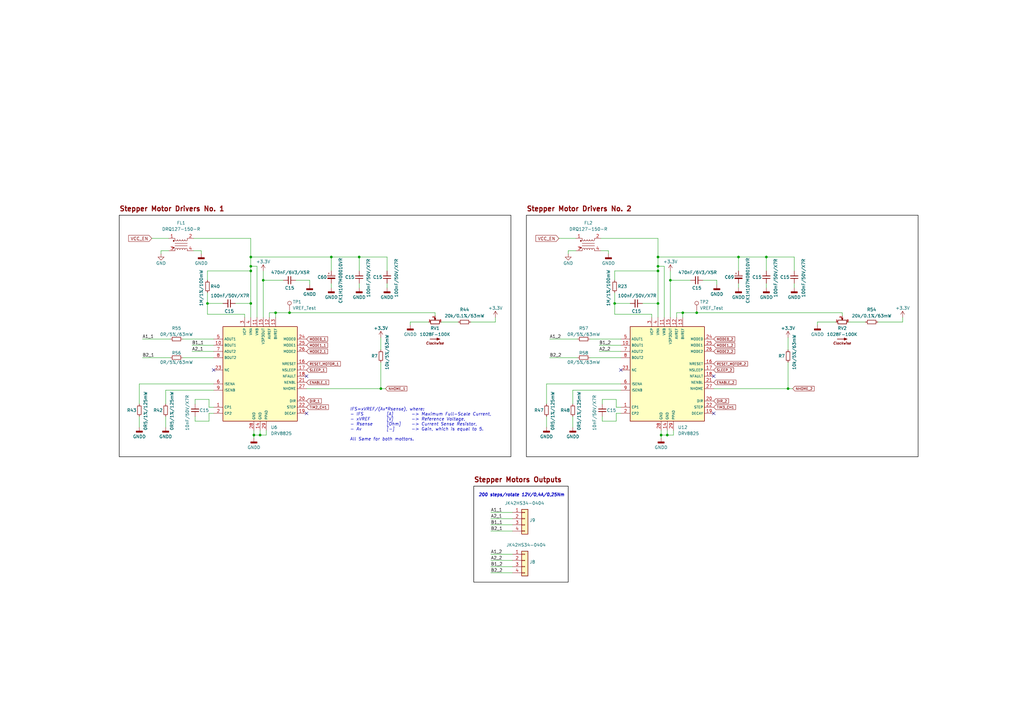
<source format=kicad_sch>
(kicad_sch (version 20230121) (generator eeschema)

  (uuid 867d8281-ff44-4b0f-9757-30636f28f314)

  (paper "A3")

  (title_block
    (title "Procesor")
    (date "2023-08-20")
  )

  (lib_symbols
    (symbol "Connector:TestPoint" (pin_numbers hide) (pin_names (offset 0.762) hide) (in_bom yes) (on_board yes)
      (property "Reference" "TP" (at 0 6.858 0)
        (effects (font (size 1.27 1.27)))
      )
      (property "Value" "TestPoint" (at 0 5.08 0)
        (effects (font (size 1.27 1.27)))
      )
      (property "Footprint" "" (at 5.08 0 0)
        (effects (font (size 1.27 1.27)) hide)
      )
      (property "Datasheet" "~" (at 5.08 0 0)
        (effects (font (size 1.27 1.27)) hide)
      )
      (property "ki_keywords" "test point tp" (at 0 0 0)
        (effects (font (size 1.27 1.27)) hide)
      )
      (property "ki_description" "test point" (at 0 0 0)
        (effects (font (size 1.27 1.27)) hide)
      )
      (property "ki_fp_filters" "Pin* Test*" (at 0 0 0)
        (effects (font (size 1.27 1.27)) hide)
      )
      (symbol "TestPoint_0_1"
        (circle (center 0 3.302) (radius 0.762)
          (stroke (width 0) (type default))
          (fill (type none))
        )
      )
      (symbol "TestPoint_1_1"
        (pin passive line (at 0 0 90) (length 2.54)
          (name "1" (effects (font (size 1.27 1.27))))
          (number "1" (effects (font (size 1.27 1.27))))
        )
      )
    )
    (symbol "Connector_Generic:Conn_01x04" (pin_names (offset 1.016) hide) (in_bom yes) (on_board yes)
      (property "Reference" "J" (at 0 5.08 0)
        (effects (font (size 1.27 1.27)))
      )
      (property "Value" "Conn_01x04" (at 0 -7.62 0)
        (effects (font (size 1.27 1.27)))
      )
      (property "Footprint" "" (at 0 0 0)
        (effects (font (size 1.27 1.27)) hide)
      )
      (property "Datasheet" "~" (at 0 0 0)
        (effects (font (size 1.27 1.27)) hide)
      )
      (property "ki_keywords" "connector" (at 0 0 0)
        (effects (font (size 1.27 1.27)) hide)
      )
      (property "ki_description" "Generic connector, single row, 01x04, script generated (kicad-library-utils/schlib/autogen/connector/)" (at 0 0 0)
        (effects (font (size 1.27 1.27)) hide)
      )
      (property "ki_fp_filters" "Connector*:*_1x??_*" (at 0 0 0)
        (effects (font (size 1.27 1.27)) hide)
      )
      (symbol "Conn_01x04_1_1"
        (rectangle (start -1.27 -4.953) (end 0 -5.207)
          (stroke (width 0.1524) (type default))
          (fill (type none))
        )
        (rectangle (start -1.27 -2.413) (end 0 -2.667)
          (stroke (width 0.1524) (type default))
          (fill (type none))
        )
        (rectangle (start -1.27 0.127) (end 0 -0.127)
          (stroke (width 0.1524) (type default))
          (fill (type none))
        )
        (rectangle (start -1.27 2.667) (end 0 2.413)
          (stroke (width 0.1524) (type default))
          (fill (type none))
        )
        (rectangle (start -1.27 3.81) (end 1.27 -6.35)
          (stroke (width 0.254) (type default))
          (fill (type background))
        )
        (pin passive line (at -5.08 2.54 0) (length 3.81)
          (name "Pin_1" (effects (font (size 1.27 1.27))))
          (number "1" (effects (font (size 1.27 1.27))))
        )
        (pin passive line (at -5.08 0 0) (length 3.81)
          (name "Pin_2" (effects (font (size 1.27 1.27))))
          (number "2" (effects (font (size 1.27 1.27))))
        )
        (pin passive line (at -5.08 -2.54 0) (length 3.81)
          (name "Pin_3" (effects (font (size 1.27 1.27))))
          (number "3" (effects (font (size 1.27 1.27))))
        )
        (pin passive line (at -5.08 -5.08 0) (length 3.81)
          (name "Pin_4" (effects (font (size 1.27 1.27))))
          (number "4" (effects (font (size 1.27 1.27))))
        )
      )
    )
    (symbol "DRV8825_1" (in_bom yes) (on_board yes)
      (property "Reference" "U" (at -3.81 5.715 0)
        (effects (font (size 1.27 1.27)))
      )
      (property "Value" "DRV8825" (at 21.59 -35.56 0)
        (effects (font (size 1.27 1.27)))
      )
      (property "Footprint" "" (at 0 0 0)
        (effects (font (size 1.27 1.27)) hide)
      )
      (property "Datasheet" "" (at 0 0 0)
        (effects (font (size 1.27 1.27)) hide)
      )
      (symbol "DRV8825_1_1_1"
        (rectangle (start -4.445 4.445) (end 26.035 -34.29)
          (stroke (width 0.25) (type default))
          (fill (type background))
        )
        (pin passive line (at -8.255 -28.575 0) (length 3.81)
          (name "CP1" (effects (font (size 1 1))))
          (number "1" (effects (font (size 1.27 1.27))))
        )
        (pin passive line (at -8.255 -3.175 0) (length 3.81)
          (name "BOUT1" (effects (font (size 1 1))))
          (number "10" (effects (font (size 1.27 1.27))))
        )
        (pin passive line (at 9.525 8.255 270) (length 3.81)
          (name "VMB" (effects (font (size 1 1))))
          (number "11" (effects (font (size 1.27 1.27))))
        )
        (pin passive line (at 14.605 8.255 270) (length 3.81)
          (name "AVREF" (effects (font (size 1 1))))
          (number "12" (effects (font (size 1.27 1.27))))
        )
        (pin passive line (at 17.145 8.255 270) (length 3.81)
          (name "BVREF" (effects (font (size 1 1))))
          (number "13" (effects (font (size 1.27 1.27))))
        )
        (pin passive line (at 10.795 -38.1 90) (length 3.81)
          (name "GND" (effects (font (size 1 1))))
          (number "14" (effects (font (size 1.27 1.27))))
        )
        (pin passive line (at 12.065 8.255 270) (length 3.81)
          (name "V3P3OUT" (effects (font (size 1 1))))
          (number "15" (effects (font (size 1.27 1.27))))
        )
        (pin passive line (at 29.845 -10.795 180) (length 3.81)
          (name "NRESET" (effects (font (size 1 1))))
          (number "16" (effects (font (size 1.27 1.27))))
        )
        (pin passive line (at 29.845 -13.335 180) (length 3.81)
          (name "NSLEEP" (effects (font (size 1 1))))
          (number "17" (effects (font (size 1.27 1.27))))
        )
        (pin passive line (at 29.845 -15.875 180) (length 3.81)
          (name "NFAULT" (effects (font (size 1 1))))
          (number "18" (effects (font (size 1.27 1.27))))
        )
        (pin passive line (at 29.845 -31.115 180) (length 3.81)
          (name "DECAY" (effects (font (size 1 1))))
          (number "19" (effects (font (size 1.27 1.27))))
        )
        (pin passive line (at -8.255 -31.115 0) (length 3.81)
          (name "CP2" (effects (font (size 1 1))))
          (number "2" (effects (font (size 1.27 1.27))))
        )
        (pin passive line (at 29.845 -26.035 180) (length 3.81)
          (name "DIR" (effects (font (size 1 1))))
          (number "20" (effects (font (size 1.27 1.27))))
        )
        (pin passive line (at 29.845 -18.415 180) (length 3.81)
          (name "NENBL" (effects (font (size 1 1))))
          (number "21" (effects (font (size 1.27 1.27))))
        )
        (pin passive line (at 29.845 -28.575 180) (length 3.81)
          (name "STEP" (effects (font (size 1 1))))
          (number "22" (effects (font (size 1.27 1.27))))
        )
        (pin passive line (at -8.255 -13.335 0) (length 3.81)
          (name "NC" (effects (font (size 1 1))))
          (number "23" (effects (font (size 1.27 1.27))))
        )
        (pin passive line (at 29.845 -0.635 180) (length 3.81)
          (name "MODE0" (effects (font (size 1 1))))
          (number "24" (effects (font (size 1.27 1.27))))
        )
        (pin passive line (at 29.845 -3.175 180) (length 3.81)
          (name "MODE1" (effects (font (size 1 1))))
          (number "25" (effects (font (size 1.27 1.27))))
        )
        (pin passive line (at 29.845 -5.715 180) (length 3.81)
          (name "MODE2" (effects (font (size 1 1))))
          (number "26" (effects (font (size 1.27 1.27))))
        )
        (pin passive line (at 29.845 -20.955 180) (length 3.81)
          (name "NHOME" (effects (font (size 1 1))))
          (number "27" (effects (font (size 1.27 1.27))))
        )
        (pin passive line (at 8.255 -38.1 90) (length 3.81)
          (name "GND" (effects (font (size 1 1))))
          (number "28" (effects (font (size 1.27 1.27))))
        )
        (pin passive line (at 13.335 -38.1 90) (length 3.81)
          (name "PPAD" (effects (font (size 1 1))))
          (number "29" (effects (font (size 1.27 1.27))))
        )
        (pin passive line (at 4.445 8.255 270) (length 3.81)
          (name "VCP" (effects (font (size 1 1))))
          (number "3" (effects (font (size 1.27 1.27))))
        )
        (pin passive line (at 6.985 8.255 270) (length 3.81)
          (name "VMA" (effects (font (size 1 1))))
          (number "4" (effects (font (size 1.27 1.27))))
        )
        (pin passive line (at -8.255 -0.635 0) (length 3.81)
          (name "AOUT1" (effects (font (size 1 1))))
          (number "5" (effects (font (size 1.27 1.27))))
        )
        (pin passive line (at -8.255 -19.05 0) (length 3.81)
          (name "ISENA" (effects (font (size 1 1))))
          (number "6" (effects (font (size 1.27 1.27))))
        )
        (pin passive line (at -8.255 -5.715 0) (length 3.81)
          (name "AOUT2" (effects (font (size 1 1))))
          (number "7" (effects (font (size 1.27 1.27))))
        )
        (pin passive line (at -8.255 -8.255 0) (length 3.81)
          (name "BOUT2" (effects (font (size 1 1))))
          (number "8" (effects (font (size 1.27 1.27))))
        )
        (pin passive line (at -8.255 -21.59 0) (length 3.81)
          (name "ISENB" (effects (font (size 1 1))))
          (number "9" (effects (font (size 1.27 1.27))))
        )
      )
    )
    (symbol "Device:C_Polarized_Small" (pin_numbers hide) (pin_names (offset 0.254) hide) (in_bom yes) (on_board yes)
      (property "Reference" "C" (at 0.254 1.778 0)
        (effects (font (size 1.27 1.27)) (justify left))
      )
      (property "Value" "C_Polarized_Small" (at 0.254 -2.032 0)
        (effects (font (size 1.27 1.27)) (justify left))
      )
      (property "Footprint" "" (at 0 0 0)
        (effects (font (size 1.27 1.27)) hide)
      )
      (property "Datasheet" "~" (at 0 0 0)
        (effects (font (size 1.27 1.27)) hide)
      )
      (property "ki_keywords" "cap capacitor" (at 0 0 0)
        (effects (font (size 1.27 1.27)) hide)
      )
      (property "ki_description" "Polarized capacitor, small symbol" (at 0 0 0)
        (effects (font (size 1.27 1.27)) hide)
      )
      (property "ki_fp_filters" "CP_*" (at 0 0 0)
        (effects (font (size 1.27 1.27)) hide)
      )
      (symbol "C_Polarized_Small_0_1"
        (rectangle (start -1.524 -0.3048) (end 1.524 -0.6858)
          (stroke (width 0) (type default))
          (fill (type outline))
        )
        (rectangle (start -1.524 0.6858) (end 1.524 0.3048)
          (stroke (width 0) (type default))
          (fill (type none))
        )
        (polyline
          (pts
            (xy -1.27 1.524)
            (xy -0.762 1.524)
          )
          (stroke (width 0) (type default))
          (fill (type none))
        )
        (polyline
          (pts
            (xy -1.016 1.27)
            (xy -1.016 1.778)
          )
          (stroke (width 0) (type default))
          (fill (type none))
        )
      )
      (symbol "C_Polarized_Small_1_1"
        (pin passive line (at 0 2.54 270) (length 1.8542)
          (name "~" (effects (font (size 1.27 1.27))))
          (number "1" (effects (font (size 1.27 1.27))))
        )
        (pin passive line (at 0 -2.54 90) (length 1.8542)
          (name "~" (effects (font (size 1.27 1.27))))
          (number "2" (effects (font (size 1.27 1.27))))
        )
      )
    )
    (symbol "Device:C_Small" (pin_numbers hide) (pin_names (offset 0.254) hide) (in_bom yes) (on_board yes)
      (property "Reference" "C" (at 0.254 1.778 0)
        (effects (font (size 1.27 1.27)) (justify left))
      )
      (property "Value" "C_Small" (at 0.254 -2.032 0)
        (effects (font (size 1.27 1.27)) (justify left))
      )
      (property "Footprint" "" (at 0 0 0)
        (effects (font (size 1.27 1.27)) hide)
      )
      (property "Datasheet" "~" (at 0 0 0)
        (effects (font (size 1.27 1.27)) hide)
      )
      (property "ki_keywords" "capacitor cap" (at 0 0 0)
        (effects (font (size 1.27 1.27)) hide)
      )
      (property "ki_description" "Unpolarized capacitor, small symbol" (at 0 0 0)
        (effects (font (size 1.27 1.27)) hide)
      )
      (property "ki_fp_filters" "C_*" (at 0 0 0)
        (effects (font (size 1.27 1.27)) hide)
      )
      (symbol "C_Small_0_1"
        (polyline
          (pts
            (xy -1.524 -0.508)
            (xy 1.524 -0.508)
          )
          (stroke (width 0.3302) (type default))
          (fill (type none))
        )
        (polyline
          (pts
            (xy -1.524 0.508)
            (xy 1.524 0.508)
          )
          (stroke (width 0.3048) (type default))
          (fill (type none))
        )
      )
      (symbol "C_Small_1_1"
        (pin passive line (at 0 2.54 270) (length 2.032)
          (name "~" (effects (font (size 1.27 1.27))))
          (number "1" (effects (font (size 1.27 1.27))))
        )
        (pin passive line (at 0 -2.54 90) (length 2.032)
          (name "~" (effects (font (size 1.27 1.27))))
          (number "2" (effects (font (size 1.27 1.27))))
        )
      )
    )
    (symbol "Device:R_Potentiometer_Small" (pin_names (offset 1.016) hide) (in_bom yes) (on_board yes)
      (property "Reference" "RV" (at -4.445 0 90)
        (effects (font (size 1.27 1.27)))
      )
      (property "Value" "R_Potentiometer_Small" (at -2.54 0 90)
        (effects (font (size 1.27 1.27)))
      )
      (property "Footprint" "" (at 0 0 0)
        (effects (font (size 1.27 1.27)) hide)
      )
      (property "Datasheet" "~" (at 0 0 0)
        (effects (font (size 1.27 1.27)) hide)
      )
      (property "ki_keywords" "resistor variable" (at 0 0 0)
        (effects (font (size 1.27 1.27)) hide)
      )
      (property "ki_description" "Potentiometer" (at 0 0 0)
        (effects (font (size 1.27 1.27)) hide)
      )
      (property "ki_fp_filters" "Potentiometer*" (at 0 0 0)
        (effects (font (size 1.27 1.27)) hide)
      )
      (symbol "R_Potentiometer_Small_0_1"
        (polyline
          (pts
            (xy 0.889 0)
            (xy 0.635 0)
            (xy 1.651 0.381)
            (xy 1.651 -0.381)
            (xy 0.635 0)
            (xy 0.889 0)
          )
          (stroke (width 0) (type default))
          (fill (type outline))
        )
        (rectangle (start 0.762 1.8034) (end -0.762 -1.8034)
          (stroke (width 0.254) (type default))
          (fill (type none))
        )
      )
      (symbol "R_Potentiometer_Small_1_1"
        (pin passive line (at 0 2.54 270) (length 0.635)
          (name "1" (effects (font (size 0.635 0.635))))
          (number "1" (effects (font (size 0.635 0.635))))
        )
        (pin passive line (at 2.54 0 180) (length 0.9906)
          (name "2" (effects (font (size 0.635 0.635))))
          (number "2" (effects (font (size 0.635 0.635))))
        )
        (pin passive line (at 0 -2.54 90) (length 0.635)
          (name "3" (effects (font (size 0.635 0.635))))
          (number "3" (effects (font (size 0.635 0.635))))
        )
      )
    )
    (symbol "Device:R_Small" (pin_numbers hide) (pin_names (offset 0.254) hide) (in_bom yes) (on_board yes)
      (property "Reference" "R" (at 0.762 0.508 0)
        (effects (font (size 1.27 1.27)) (justify left))
      )
      (property "Value" "R_Small" (at 0.762 -1.016 0)
        (effects (font (size 1.27 1.27)) (justify left))
      )
      (property "Footprint" "" (at 0 0 0)
        (effects (font (size 1.27 1.27)) hide)
      )
      (property "Datasheet" "~" (at 0 0 0)
        (effects (font (size 1.27 1.27)) hide)
      )
      (property "ki_keywords" "R resistor" (at 0 0 0)
        (effects (font (size 1.27 1.27)) hide)
      )
      (property "ki_description" "Resistor, small symbol" (at 0 0 0)
        (effects (font (size 1.27 1.27)) hide)
      )
      (property "ki_fp_filters" "R_*" (at 0 0 0)
        (effects (font (size 1.27 1.27)) hide)
      )
      (symbol "R_Small_0_1"
        (rectangle (start -0.762 1.778) (end 0.762 -1.778)
          (stroke (width 0.2032) (type default))
          (fill (type none))
        )
      )
      (symbol "R_Small_1_1"
        (pin passive line (at 0 2.54 270) (length 0.762)
          (name "~" (effects (font (size 1.27 1.27))))
          (number "1" (effects (font (size 1.27 1.27))))
        )
        (pin passive line (at 0 -2.54 90) (length 0.762)
          (name "~" (effects (font (size 1.27 1.27))))
          (number "2" (effects (font (size 1.27 1.27))))
        )
      )
    )
    (symbol "Filter:Choke_Schaffner_RN102-0.3-02-12M" (pin_names hide) (in_bom yes) (on_board yes)
      (property "Reference" "FL" (at 0 5.08 0)
        (effects (font (size 1.27 1.27)))
      )
      (property "Value" "Choke_Schaffner_RN102-0.3-02-12M" (at 0 -5.08 0)
        (effects (font (size 1.27 1.27)))
      )
      (property "Footprint" "Inductor_THT:Choke_Schaffner_RN102-04-14.0x14.0mm" (at 0 0 0)
        (effects (font (size 1.27 1.27)) hide)
      )
      (property "Datasheet" "https://www.schaffner.com/products/download/product/datasheet/rn-series-common-mode-chokes-new/" (at 0 0 0)
        (effects (font (size 1.27 1.27)) hide)
      )
      (property "ki_keywords" "common-mode common mode choke powerline power line filter" (at 0 0 0)
        (effects (font (size 1.27 1.27)) hide)
      )
      (property "ki_description" "Common mode choke, 300mA, 300VAC, 12mH, 1.1 ohm, RN-102" (at 0 0 0)
        (effects (font (size 1.27 1.27)) hide)
      )
      (property "ki_fp_filters" "Choke*Schaffner*RN102*" (at 0 0 0)
        (effects (font (size 1.27 1.27)) hide)
      )
      (symbol "Choke_Schaffner_RN102-0.3-02-12M_1_1"
        (circle (center -3.048 -1.27) (radius 0.254)
          (stroke (width 0) (type default))
          (fill (type outline))
        )
        (circle (center -3.048 1.524) (radius 0.254)
          (stroke (width 0) (type default))
          (fill (type outline))
        )
        (arc (start -2.54 2.032) (mid -2.032 1.5262) (end -1.524 2.032)
          (stroke (width 0) (type default))
          (fill (type none))
        )
        (arc (start -1.524 -2.032) (mid -2.032 -1.5262) (end -2.54 -2.032)
          (stroke (width 0) (type default))
          (fill (type none))
        )
        (arc (start -1.524 2.032) (mid -1.016 1.5262) (end -0.508 2.032)
          (stroke (width 0) (type default))
          (fill (type none))
        )
        (arc (start -0.508 -2.032) (mid -1.016 -1.5262) (end -1.524 -2.032)
          (stroke (width 0) (type default))
          (fill (type none))
        )
        (arc (start -0.508 2.032) (mid 0 1.5262) (end 0.508 2.032)
          (stroke (width 0) (type default))
          (fill (type none))
        )
        (polyline
          (pts
            (xy -2.54 -2.032)
            (xy -2.54 -2.54)
          )
          (stroke (width 0) (type default))
          (fill (type none))
        )
        (polyline
          (pts
            (xy -2.54 0.508)
            (xy 2.54 0.508)
          )
          (stroke (width 0) (type default))
          (fill (type none))
        )
        (polyline
          (pts
            (xy -2.54 2.032)
            (xy -2.54 2.54)
          )
          (stroke (width 0) (type default))
          (fill (type none))
        )
        (polyline
          (pts
            (xy 2.54 -2.032)
            (xy 2.54 -2.54)
          )
          (stroke (width 0) (type default))
          (fill (type none))
        )
        (polyline
          (pts
            (xy 2.54 -0.508)
            (xy -2.54 -0.508)
          )
          (stroke (width 0) (type default))
          (fill (type none))
        )
        (polyline
          (pts
            (xy 2.54 2.54)
            (xy 2.54 2.032)
          )
          (stroke (width 0) (type default))
          (fill (type none))
        )
        (arc (start 0.508 -2.032) (mid 0 -1.5262) (end -0.508 -2.032)
          (stroke (width 0) (type default))
          (fill (type none))
        )
        (arc (start 0.508 2.032) (mid 1.016 1.5262) (end 1.524 2.032)
          (stroke (width 0) (type default))
          (fill (type none))
        )
        (arc (start 1.524 -2.032) (mid 1.016 -1.5262) (end 0.508 -2.032)
          (stroke (width 0) (type default))
          (fill (type none))
        )
        (arc (start 1.524 2.032) (mid 2.032 1.5262) (end 2.54 2.032)
          (stroke (width 0) (type default))
          (fill (type none))
        )
        (arc (start 2.54 -2.032) (mid 2.032 -1.5262) (end 1.524 -2.032)
          (stroke (width 0) (type default))
          (fill (type none))
        )
        (pin passive line (at -5.08 2.54 0) (length 2.54)
          (name "1" (effects (font (size 1.27 1.27))))
          (number "1" (effects (font (size 1.27 1.27))))
        )
        (pin passive line (at 5.08 2.54 180) (length 2.54)
          (name "2" (effects (font (size 1.27 1.27))))
          (number "2" (effects (font (size 1.27 1.27))))
        )
        (pin passive line (at -5.08 -2.54 0) (length 2.54)
          (name "3" (effects (font (size 1.27 1.27))))
          (number "3" (effects (font (size 1.27 1.27))))
        )
        (pin passive line (at 5.08 -2.54 180) (length 2.54)
          (name "4" (effects (font (size 1.27 1.27))))
          (number "4" (effects (font (size 1.27 1.27))))
        )
      )
    )
    (symbol "Graphic:SYM_Arrow_Small" (in_bom no) (on_board no)
      (property "Reference" "#SYM" (at 0 1.524 0)
        (effects (font (size 1.27 1.27)) hide)
      )
      (property "Value" "SYM_Arrow_Small" (at 0.254 -1.27 0)
        (effects (font (size 1.27 1.27)) hide)
      )
      (property "Footprint" "" (at 0 0 0)
        (effects (font (size 1.27 1.27)) hide)
      )
      (property "Datasheet" "~" (at 0 0 0)
        (effects (font (size 1.27 1.27)) hide)
      )
      (property "Sim.Enable" "0" (at 0 0 0)
        (effects (font (size 1.27 1.27)) hide)
      )
      (property "ki_keywords" "symbol arrow" (at 0 0 0)
        (effects (font (size 1.27 1.27)) hide)
      )
      (property "ki_description" "Filled arrow, 160mil" (at 0 0 0)
        (effects (font (size 1.27 1.27)) hide)
      )
      (symbol "SYM_Arrow_Small_0_1"
        (polyline
          (pts
            (xy 1.524 0)
            (xy -2.032 0)
          )
          (stroke (width 0.254) (type default))
          (fill (type none))
        )
        (polyline
          (pts
            (xy 2.032 0)
            (xy 0.762 -0.508)
            (xy 0.762 0.508)
            (xy 2.032 0)
          )
          (stroke (width 0) (type default))
          (fill (type outline))
        )
      )
    )
    (symbol "power:+3.3V" (power) (pin_names (offset 0)) (in_bom yes) (on_board yes)
      (property "Reference" "#PWR" (at 0 -3.81 0)
        (effects (font (size 1.27 1.27)) hide)
      )
      (property "Value" "+3.3V" (at 0 3.556 0)
        (effects (font (size 1.27 1.27)))
      )
      (property "Footprint" "" (at 0 0 0)
        (effects (font (size 1.27 1.27)) hide)
      )
      (property "Datasheet" "" (at 0 0 0)
        (effects (font (size 1.27 1.27)) hide)
      )
      (property "ki_keywords" "global power" (at 0 0 0)
        (effects (font (size 1.27 1.27)) hide)
      )
      (property "ki_description" "Power symbol creates a global label with name \"+3.3V\"" (at 0 0 0)
        (effects (font (size 1.27 1.27)) hide)
      )
      (symbol "+3.3V_0_1"
        (polyline
          (pts
            (xy -0.762 1.27)
            (xy 0 2.54)
          )
          (stroke (width 0) (type default))
          (fill (type none))
        )
        (polyline
          (pts
            (xy 0 0)
            (xy 0 2.54)
          )
          (stroke (width 0) (type default))
          (fill (type none))
        )
        (polyline
          (pts
            (xy 0 2.54)
            (xy 0.762 1.27)
          )
          (stroke (width 0) (type default))
          (fill (type none))
        )
      )
      (symbol "+3.3V_1_1"
        (pin power_in line (at 0 0 90) (length 0) hide
          (name "+3.3V" (effects (font (size 1.27 1.27))))
          (number "1" (effects (font (size 1.27 1.27))))
        )
      )
    )
    (symbol "power:GND" (power) (pin_names (offset 0)) (in_bom yes) (on_board yes)
      (property "Reference" "#PWR" (at 0 -6.35 0)
        (effects (font (size 1.27 1.27)) hide)
      )
      (property "Value" "GND" (at 0 -3.81 0)
        (effects (font (size 1.27 1.27)))
      )
      (property "Footprint" "" (at 0 0 0)
        (effects (font (size 1.27 1.27)) hide)
      )
      (property "Datasheet" "" (at 0 0 0)
        (effects (font (size 1.27 1.27)) hide)
      )
      (property "ki_keywords" "global power" (at 0 0 0)
        (effects (font (size 1.27 1.27)) hide)
      )
      (property "ki_description" "Power symbol creates a global label with name \"GND\" , ground" (at 0 0 0)
        (effects (font (size 1.27 1.27)) hide)
      )
      (symbol "GND_0_1"
        (polyline
          (pts
            (xy 0 0)
            (xy 0 -1.27)
            (xy 1.27 -1.27)
            (xy 0 -2.54)
            (xy -1.27 -1.27)
            (xy 0 -1.27)
          )
          (stroke (width 0) (type default))
          (fill (type none))
        )
      )
      (symbol "GND_1_1"
        (pin power_in line (at 0 0 270) (length 0) hide
          (name "GND" (effects (font (size 1.27 1.27))))
          (number "1" (effects (font (size 1.27 1.27))))
        )
      )
    )
    (symbol "power:GNDD" (power) (pin_names (offset 0)) (in_bom yes) (on_board yes)
      (property "Reference" "#PWR" (at 0 -6.35 0)
        (effects (font (size 1.27 1.27)) hide)
      )
      (property "Value" "GNDD" (at 0 -3.175 0)
        (effects (font (size 1.27 1.27)))
      )
      (property "Footprint" "" (at 0 0 0)
        (effects (font (size 1.27 1.27)) hide)
      )
      (property "Datasheet" "" (at 0 0 0)
        (effects (font (size 1.27 1.27)) hide)
      )
      (property "ki_keywords" "global power" (at 0 0 0)
        (effects (font (size 1.27 1.27)) hide)
      )
      (property "ki_description" "Power symbol creates a global label with name \"GNDD\" , digital ground" (at 0 0 0)
        (effects (font (size 1.27 1.27)) hide)
      )
      (symbol "GNDD_0_1"
        (rectangle (start -1.27 -1.524) (end 1.27 -2.032)
          (stroke (width 0.254) (type default))
          (fill (type outline))
        )
        (polyline
          (pts
            (xy 0 0)
            (xy 0 -1.524)
          )
          (stroke (width 0) (type default))
          (fill (type none))
        )
      )
      (symbol "GNDD_1_1"
        (pin power_in line (at 0 0 270) (length 0) hide
          (name "GNDD" (effects (font (size 1.27 1.27))))
          (number "1" (effects (font (size 1.27 1.27))))
        )
      )
    )
  )

  (junction (at 107.95 114.935) (diameter 0) (color 0 0 0 0)
    (uuid 0f481044-0c14-4e05-a6f2-7f0e71ad826e)
  )
  (junction (at 269.875 109.22) (diameter 0) (color 0 0 0 0)
    (uuid 0f5be89d-c6de-42b2-b2a6-eeb0d4e8f7a6)
  )
  (junction (at 285.75 128.27) (diameter 0) (color 0 0 0 0)
    (uuid 1667dac8-f1e0-4913-9829-c85a2740b1ff)
  )
  (junction (at 323.215 159.385) (diameter 0) (color 0 0 0 0)
    (uuid 189b90ae-05d4-42f3-bdc6-279714530566)
  )
  (junction (at 147.32 105.41) (diameter 0) (color 0 0 0 0)
    (uuid 1e9e812b-946e-4d78-9aca-02583b97f482)
  )
  (junction (at 85.09 124.46) (diameter 0) (color 0 0 0 0)
    (uuid 2c5ae264-f75f-47cc-bfa8-f9a914e7880c)
  )
  (junction (at 271.145 178.435) (diameter 0) (color 0 0 0 0)
    (uuid 2ecc2f4b-461d-4181-b452-34186cb1d209)
  )
  (junction (at 273.685 178.435) (diameter 0) (color 0 0 0 0)
    (uuid 3d9c93cc-9c49-48e6-8774-58a825ac5dc2)
  )
  (junction (at 104.14 178.435) (diameter 0) (color 0 0 0 0)
    (uuid 66287bf5-2b71-4855-af7b-fd0163f86e87)
  )
  (junction (at 252.095 124.46) (diameter 0) (color 0 0 0 0)
    (uuid 6704a397-d179-4b88-9013-ea258c178650)
  )
  (junction (at 102.87 111.125) (diameter 0) (color 0 0 0 0)
    (uuid 6ef9a398-118a-48bc-9bd2-3fa073b11637)
  )
  (junction (at 269.875 111.125) (diameter 0) (color 0 0 0 0)
    (uuid 72300da5-af6c-4d72-bd3d-140e5a63a2cb)
  )
  (junction (at 314.325 105.41) (diameter 0) (color 0 0 0 0)
    (uuid 7ddeaea5-ca38-455d-94fc-53812007bf03)
  )
  (junction (at 280.035 128.27) (diameter 0) (color 0 0 0 0)
    (uuid 81bc90ea-d1e6-4d35-ad57-bf4fd4d99f9e)
  )
  (junction (at 274.955 114.935) (diameter 0) (color 0 0 0 0)
    (uuid 852254fb-1b3d-40b4-97fd-1df4d88ec79c)
  )
  (junction (at 102.87 109.22) (diameter 0) (color 0 0 0 0)
    (uuid 8a243933-e64b-47cc-9a10-c728c526d41d)
  )
  (junction (at 269.875 124.46) (diameter 0) (color 0 0 0 0)
    (uuid 8e24d2fe-6faf-4e2f-bbf2-0db0c86cbf46)
  )
  (junction (at 135.89 105.41) (diameter 0) (color 0 0 0 0)
    (uuid 9ce76c3e-5053-4916-9d13-cdb5f7f8bfa8)
  )
  (junction (at 269.875 105.41) (diameter 0) (color 0 0 0 0)
    (uuid a09d285c-7329-452e-a5dc-ad134a8f6ca4)
  )
  (junction (at 102.87 105.41) (diameter 0) (color 0 0 0 0)
    (uuid a442e41b-8979-4a4c-bcca-8e183934dc21)
  )
  (junction (at 113.03 128.27) (diameter 0) (color 0 0 0 0)
    (uuid ac338215-be31-4925-84e3-929dbdccc535)
  )
  (junction (at 118.745 128.27) (diameter 0) (color 0 0 0 0)
    (uuid b39cb141-203e-443d-8a74-271ab8e5eac4)
  )
  (junction (at 156.21 159.385) (diameter 0) (color 0 0 0 0)
    (uuid db0779a8-e997-41b9-acc6-614a26f2f084)
  )
  (junction (at 102.87 124.46) (diameter 0) (color 0 0 0 0)
    (uuid e1a3c381-6559-496c-815e-f5c7af8649ae)
  )
  (junction (at 302.895 105.41) (diameter 0) (color 0 0 0 0)
    (uuid e441cb83-5276-43a3-a404-3b598b3319d7)
  )
  (junction (at 106.68 178.435) (diameter 0) (color 0 0 0 0)
    (uuid e7b2ecc8-487e-4061-bbd0-fc27836474cb)
  )

  (no_connect (at 125.73 169.545) (uuid 29afaee8-db91-49d7-ba97-3231381d49fb))
  (no_connect (at 254.635 151.765) (uuid 5c84667d-20f4-4247-8f85-9ea2a448e0da))
  (no_connect (at 292.735 154.305) (uuid b7057cb4-96bf-4dac-886c-b220bda6de64))
  (no_connect (at 292.735 169.545) (uuid b71e4ccc-6c3d-47e4-a30b-6f6f22a8d365))
  (no_connect (at 87.63 151.765) (uuid ccdfd958-2770-4c02-8e47-1fd5dcfdf1f2))
  (no_connect (at 125.73 154.305) (uuid dc237cdf-edf9-458c-99d1-7dbb00ea9e3e))

  (wire (pts (xy 234.95 160.02) (xy 234.95 165.735))
    (stroke (width 0) (type default))
    (uuid 00498c6f-5cfe-44b0-bbf7-54b8feb48721)
  )
  (wire (pts (xy 210.185 232.41) (xy 201.295 232.41))
    (stroke (width 0) (type default))
    (uuid 02d2a990-0d6d-4319-a916-0b5f1c4e8e02)
  )
  (wire (pts (xy 236.22 97.79) (xy 229.235 97.79))
    (stroke (width 0) (type default))
    (uuid 02da0db2-dee7-4749-b42b-d88896557886)
  )
  (wire (pts (xy 85.09 124.46) (xy 91.44 124.46))
    (stroke (width 0) (type default))
    (uuid 043d740d-789c-4d97-88d2-4d5315cde751)
  )
  (wire (pts (xy 267.335 128.905) (xy 252.095 128.905))
    (stroke (width 0) (type default))
    (uuid 058e749e-56e4-4eea-bc10-08e510635f59)
  )
  (wire (pts (xy 193.04 132.08) (xy 203.2 132.08))
    (stroke (width 0) (type default))
    (uuid 0a5014d1-cee1-4fcf-95a8-66347cc34f03)
  )
  (wire (pts (xy 113.03 128.27) (xy 113.03 130.175))
    (stroke (width 0) (type default))
    (uuid 0d45216d-eff0-45d5-9957-accd2b217d1f)
  )
  (wire (pts (xy 210.185 234.95) (xy 201.295 234.95))
    (stroke (width 0) (type default))
    (uuid 0dda2f72-b626-42fb-bf99-b93cb24c7359)
  )
  (wire (pts (xy 110.49 128.27) (xy 113.03 128.27))
    (stroke (width 0) (type default))
    (uuid 0dee95bb-b00a-4dc0-a26a-c97bd9c5f91c)
  )
  (wire (pts (xy 102.87 105.41) (xy 135.89 105.41))
    (stroke (width 0) (type default))
    (uuid 134f84c1-e908-4e85-83a2-0f717641cc93)
  )
  (wire (pts (xy 85.725 167.005) (xy 85.725 163.83))
    (stroke (width 0) (type default))
    (uuid 1413795e-70c7-4a28-95c2-d7c845219aeb)
  )
  (wire (pts (xy 67.945 170.815) (xy 67.945 175.26))
    (stroke (width 0) (type default))
    (uuid 18a8681c-9b4a-4361-b098-921bb03e661c)
  )
  (wire (pts (xy 203.2 132.08) (xy 203.2 130.175))
    (stroke (width 0) (type default))
    (uuid 1ca48ddb-bfd9-4eec-9538-77f7c82414fe)
  )
  (wire (pts (xy 252.73 172.72) (xy 252.73 169.545))
    (stroke (width 0) (type default))
    (uuid 1ced46cb-18ce-491d-bb1b-8cbbfe756a9e)
  )
  (wire (pts (xy 274.955 111.125) (xy 274.955 114.935))
    (stroke (width 0) (type default))
    (uuid 1d4c6dd3-e774-4687-906a-2ae8269f7214)
  )
  (wire (pts (xy 87.63 157.48) (xy 57.15 157.48))
    (stroke (width 0) (type default))
    (uuid 1f20d76d-5f88-44e9-86d7-2fa123b24ad8)
  )
  (wire (pts (xy 69.215 97.79) (xy 62.23 97.79))
    (stroke (width 0) (type default))
    (uuid 1f444e0b-7f68-4d34-b5ec-ce80e326caa0)
  )
  (wire (pts (xy 254.635 144.145) (xy 245.745 144.145))
    (stroke (width 0) (type default))
    (uuid 20957822-920c-4d94-a98b-60836ea11aa7)
  )
  (wire (pts (xy 241.935 139.065) (xy 254.635 139.065))
    (stroke (width 0) (type default))
    (uuid 20d184d8-e64a-4a45-8dae-1c7506a4defd)
  )
  (wire (pts (xy 335.28 132.08) (xy 342.9 132.08))
    (stroke (width 0) (type default))
    (uuid 2149c445-7cfc-46a8-9a21-71cd8daa3463)
  )
  (wire (pts (xy 85.725 163.83) (xy 80.01 163.83))
    (stroke (width 0) (type default))
    (uuid 22ea3b63-d695-4ead-a03a-b4591b5f42d5)
  )
  (wire (pts (xy 85.09 111.125) (xy 85.09 114.935))
    (stroke (width 0) (type default))
    (uuid 24fd1995-0f8e-4c42-859b-884c4fbb7e6a)
  )
  (wire (pts (xy 80.01 170.815) (xy 80.01 172.72))
    (stroke (width 0) (type default))
    (uuid 29f0a404-967e-4a33-a726-a2b5b04c5a4b)
  )
  (wire (pts (xy 347.98 132.08) (xy 354.965 132.08))
    (stroke (width 0) (type default))
    (uuid 2a7a0eb7-c431-4141-b4df-a83ddd9726d8)
  )
  (wire (pts (xy 109.22 178.435) (xy 109.22 176.53))
    (stroke (width 0) (type default))
    (uuid 2c76bb43-b1bf-4926-a28a-33bdc13fb7ed)
  )
  (wire (pts (xy 280.035 128.27) (xy 280.035 130.175))
    (stroke (width 0) (type default))
    (uuid 2f7ce75e-4d01-4b4e-91e7-5fc0f029c2cb)
  )
  (wire (pts (xy 274.955 114.935) (xy 283.21 114.935))
    (stroke (width 0) (type default))
    (uuid 311e1c3b-b3ae-4501-91a8-0d97ed0a8fcd)
  )
  (wire (pts (xy 272.415 109.22) (xy 269.875 109.22))
    (stroke (width 0) (type default))
    (uuid 313469a3-9eae-4db3-932c-bfcc2cbdcf5f)
  )
  (wire (pts (xy 247.015 170.815) (xy 247.015 172.72))
    (stroke (width 0) (type default))
    (uuid 31d4824a-fa8d-4f09-8e66-6360e1b7e50e)
  )
  (wire (pts (xy 105.41 109.22) (xy 102.87 109.22))
    (stroke (width 0) (type default))
    (uuid 3368011c-e638-45da-adae-e79fec3164e0)
  )
  (wire (pts (xy 269.875 97.79) (xy 269.875 105.41))
    (stroke (width 0) (type default))
    (uuid 33f7073e-582d-4969-93c2-54a2937bc52e)
  )
  (wire (pts (xy 267.335 128.905) (xy 267.335 130.175))
    (stroke (width 0) (type default))
    (uuid 3538512f-ad53-4498-b940-2955d0184eef)
  )
  (wire (pts (xy 135.89 105.41) (xy 147.32 105.41))
    (stroke (width 0) (type default))
    (uuid 36110c3f-0fd9-4092-9823-7e93a5f02944)
  )
  (wire (pts (xy 254.635 141.605) (xy 245.745 141.605))
    (stroke (width 0) (type default))
    (uuid 37940c81-fb7b-4a59-af17-c748664f0fa1)
  )
  (wire (pts (xy 323.215 138.43) (xy 323.215 143.51))
    (stroke (width 0) (type default))
    (uuid 37956c66-baff-4e11-a961-1d5ed56ef318)
  )
  (wire (pts (xy 85.09 111.125) (xy 102.87 111.125))
    (stroke (width 0) (type default))
    (uuid 38faa75a-facf-4bb3-af97-e8b019cd4af4)
  )
  (wire (pts (xy 80.01 163.83) (xy 80.01 165.735))
    (stroke (width 0) (type default))
    (uuid 3a33ef68-4e66-47a7-97e2-cc1354497f01)
  )
  (wire (pts (xy 168.275 133.35) (xy 168.275 132.08))
    (stroke (width 0) (type default))
    (uuid 3b3840ea-ed54-485e-82fd-eac9be42754e)
  )
  (wire (pts (xy 156.21 148.59) (xy 156.21 159.385))
    (stroke (width 0) (type default))
    (uuid 3ca0ca59-97ad-4909-8021-bb12a8a7c8af)
  )
  (wire (pts (xy 234.95 170.815) (xy 234.95 175.26))
    (stroke (width 0) (type default))
    (uuid 3d1e570a-93d4-478e-901d-53934f163649)
  )
  (wire (pts (xy 156.21 159.385) (xy 125.73 159.385))
    (stroke (width 0) (type default))
    (uuid 3dadb6a9-4835-4306-aeba-bc2895ee5a04)
  )
  (wire (pts (xy 82.55 102.87) (xy 79.375 102.87))
    (stroke (width 0) (type default))
    (uuid 443d497c-7e05-4406-b466-ae6efe2a05f6)
  )
  (wire (pts (xy 252.095 128.905) (xy 252.095 124.46))
    (stroke (width 0) (type default))
    (uuid 44eecd2e-789e-41b5-9243-f17b8e5c2a03)
  )
  (wire (pts (xy 269.875 124.46) (xy 269.875 130.175))
    (stroke (width 0) (type default))
    (uuid 45a883fc-7f46-4ccd-b621-57311345edd9)
  )
  (wire (pts (xy 271.145 176.53) (xy 271.145 178.435))
    (stroke (width 0) (type default))
    (uuid 45ccedb3-1366-4463-8cf3-94e96d639a83)
  )
  (wire (pts (xy 276.225 178.435) (xy 276.225 176.53))
    (stroke (width 0) (type default))
    (uuid 460d3fd1-fb9b-4361-9157-7b22045a57dd)
  )
  (wire (pts (xy 294.005 114.935) (xy 294.005 116.84))
    (stroke (width 0) (type default))
    (uuid 46981ead-0de7-42cd-9ed4-993f3ce2eab8)
  )
  (wire (pts (xy 121.285 114.935) (xy 127 114.935))
    (stroke (width 0) (type default))
    (uuid 483bfe22-91f2-4ade-8870-7d76e187848d)
  )
  (wire (pts (xy 113.03 128.27) (xy 118.745 128.27))
    (stroke (width 0) (type default))
    (uuid 4a3abfe8-f335-456c-a47e-c9263a824e60)
  )
  (wire (pts (xy 158.115 159.385) (xy 156.21 159.385))
    (stroke (width 0) (type default))
    (uuid 4aa2211a-fe4a-4202-80dd-e8776a93cbbd)
  )
  (wire (pts (xy 236.22 102.87) (xy 233.045 102.87))
    (stroke (width 0) (type default))
    (uuid 4b93f3fb-54a2-4f05-9254-5db6ff55c830)
  )
  (wire (pts (xy 82.55 104.14) (xy 82.55 102.87))
    (stroke (width 0) (type default))
    (uuid 50bdf177-eebc-4ce1-8245-b78decbdddaa)
  )
  (wire (pts (xy 178.435 128.27) (xy 178.435 129.54))
    (stroke (width 0) (type default))
    (uuid 52fdaca7-5140-4800-ae07-5aae5f8f696f)
  )
  (wire (pts (xy 210.185 229.87) (xy 201.295 229.87))
    (stroke (width 0) (type default))
    (uuid 53b2b22a-e6f1-45b9-bf8c-64458598753a)
  )
  (wire (pts (xy 277.495 128.27) (xy 280.035 128.27))
    (stroke (width 0) (type default))
    (uuid 545a221a-cdf6-4207-960b-1932203cb08e)
  )
  (wire (pts (xy 224.155 157.48) (xy 224.155 165.735))
    (stroke (width 0) (type default))
    (uuid 58cb9eee-d040-4739-807d-a8a39e41a1e3)
  )
  (wire (pts (xy 180.975 132.08) (xy 187.96 132.08))
    (stroke (width 0) (type default))
    (uuid 598ed3e0-6da9-4e46-86ae-f8d5c303cae1)
  )
  (wire (pts (xy 252.095 111.125) (xy 269.875 111.125))
    (stroke (width 0) (type default))
    (uuid 5a039466-20d0-4085-bed2-7c2a9e2523ab)
  )
  (wire (pts (xy 335.28 133.35) (xy 335.28 132.08))
    (stroke (width 0) (type default))
    (uuid 5a1f84e0-bd08-474a-9797-b9ae59dcb285)
  )
  (wire (pts (xy 241.935 146.685) (xy 254.635 146.685))
    (stroke (width 0) (type default))
    (uuid 5b9c0907-3a0b-4773-ae85-db92eaed1d55)
  )
  (wire (pts (xy 323.215 148.59) (xy 323.215 159.385))
    (stroke (width 0) (type default))
    (uuid 5b9c63ec-0605-4a5c-ac2b-12304043c851)
  )
  (wire (pts (xy 74.93 139.065) (xy 87.63 139.065))
    (stroke (width 0) (type default))
    (uuid 5d83fc53-a76a-42f9-9bfb-ce86f7407f44)
  )
  (wire (pts (xy 323.215 159.385) (xy 292.735 159.385))
    (stroke (width 0) (type default))
    (uuid 5f77cce5-a435-4795-89c4-47aa7a9b1bb6)
  )
  (wire (pts (xy 288.29 114.935) (xy 294.005 114.935))
    (stroke (width 0) (type default))
    (uuid 60e0b961-1a5e-486f-96dd-ea5549528818)
  )
  (wire (pts (xy 102.87 105.41) (xy 102.87 109.22))
    (stroke (width 0) (type default))
    (uuid 6215f687-10ad-4407-a6f9-7abd5f6e3e05)
  )
  (wire (pts (xy 247.015 163.83) (xy 247.015 165.735))
    (stroke (width 0) (type default))
    (uuid 6236b37f-3d36-4d33-86f1-54219862c2b4)
  )
  (wire (pts (xy 147.32 105.41) (xy 158.75 105.41))
    (stroke (width 0) (type default))
    (uuid 62a00c4c-95af-401f-ae75-de25204d16b9)
  )
  (wire (pts (xy 58.42 139.065) (xy 69.85 139.065))
    (stroke (width 0) (type default))
    (uuid 6387fba9-acec-423f-9782-1244f13c4abe)
  )
  (wire (pts (xy 225.425 139.065) (xy 236.855 139.065))
    (stroke (width 0) (type default))
    (uuid 64bbdbb9-19a9-4ed4-988a-eabb9d9ee484)
  )
  (wire (pts (xy 210.185 217.805) (xy 201.295 217.805))
    (stroke (width 0) (type default))
    (uuid 6528c2a3-aad9-4163-9a8e-8296fc8f413c)
  )
  (wire (pts (xy 325.755 116.205) (xy 325.755 118.11))
    (stroke (width 0) (type default))
    (uuid 6608b13e-7e94-439a-953c-ce536d4506e4)
  )
  (wire (pts (xy 302.895 105.41) (xy 314.325 105.41))
    (stroke (width 0) (type default))
    (uuid 66bb2079-5b34-43ea-b19d-0e65a5e4bcc5)
  )
  (wire (pts (xy 280.035 128.27) (xy 285.75 128.27))
    (stroke (width 0) (type default))
    (uuid 68147fc8-4969-46b1-856c-b62920a2568f)
  )
  (wire (pts (xy 269.875 111.125) (xy 269.875 124.46))
    (stroke (width 0) (type default))
    (uuid 6bee854f-1676-40da-a611-37bcb035dd45)
  )
  (wire (pts (xy 80.01 172.72) (xy 85.725 172.72))
    (stroke (width 0) (type default))
    (uuid 6bfe20c9-2e85-4756-be76-e90b5a053c20)
  )
  (wire (pts (xy 285.75 128.27) (xy 345.44 128.27))
    (stroke (width 0) (type default))
    (uuid 6cf0c9fe-8fb9-48e0-88c7-f4195ff1f702)
  )
  (wire (pts (xy 118.745 127.635) (xy 118.745 128.27))
    (stroke (width 0) (type default))
    (uuid 7234a666-8422-4c8b-86af-e23b38971ddf)
  )
  (wire (pts (xy 156.21 138.43) (xy 156.21 143.51))
    (stroke (width 0) (type default))
    (uuid 7428277b-5b73-4350-a804-49a77125fbfd)
  )
  (wire (pts (xy 135.89 116.205) (xy 135.89 118.11))
    (stroke (width 0) (type default))
    (uuid 75330870-0588-4244-befd-fd8528744cf9)
  )
  (wire (pts (xy 57.15 170.815) (xy 57.15 175.26))
    (stroke (width 0) (type default))
    (uuid 76ff6a34-595b-413f-b01e-60cc19b1a034)
  )
  (wire (pts (xy 254.635 167.005) (xy 252.73 167.005))
    (stroke (width 0) (type default))
    (uuid 778f6543-e7e3-47ae-a3f7-2c1560975715)
  )
  (wire (pts (xy 100.33 128.905) (xy 100.33 130.175))
    (stroke (width 0) (type default))
    (uuid 7798e475-fd04-438e-9b49-aad219b8373a)
  )
  (wire (pts (xy 252.095 111.125) (xy 252.095 114.935))
    (stroke (width 0) (type default))
    (uuid 78e81ddd-8a01-4fe2-8169-bb895b49cc5a)
  )
  (wire (pts (xy 85.725 172.72) (xy 85.725 169.545))
    (stroke (width 0) (type default))
    (uuid 7933d662-6a7f-4109-94ed-4a0c9a18327b)
  )
  (wire (pts (xy 107.95 114.935) (xy 116.205 114.935))
    (stroke (width 0) (type default))
    (uuid 7abcc89c-43a3-4f2d-a018-41d78446af80)
  )
  (wire (pts (xy 210.185 215.265) (xy 201.295 215.265))
    (stroke (width 0) (type default))
    (uuid 7d108eec-e777-4d55-892f-991ee380ae75)
  )
  (wire (pts (xy 254.635 160.02) (xy 234.95 160.02))
    (stroke (width 0) (type default))
    (uuid 7e80adde-440c-4a31-9bb1-5ae4eb722438)
  )
  (wire (pts (xy 106.68 178.435) (xy 106.68 176.53))
    (stroke (width 0) (type default))
    (uuid 7ef9c524-bb18-4ac0-b918-b94d67becc04)
  )
  (wire (pts (xy 252.73 167.005) (xy 252.73 163.83))
    (stroke (width 0) (type default))
    (uuid 80425d07-d8fb-411e-8502-03c3b85b43b6)
  )
  (wire (pts (xy 100.33 128.905) (xy 85.09 128.905))
    (stroke (width 0) (type default))
    (uuid 821df846-55a4-48d9-a573-7bed864c34ec)
  )
  (wire (pts (xy 370.205 132.08) (xy 370.205 130.175))
    (stroke (width 0) (type default))
    (uuid 8482cd9b-94ae-49f5-8dd4-7b89cfb73d31)
  )
  (wire (pts (xy 74.93 146.685) (xy 87.63 146.685))
    (stroke (width 0) (type default))
    (uuid 84e6d890-b6a5-4728-8c54-0a6ad5e1677f)
  )
  (wire (pts (xy 147.32 105.41) (xy 147.32 111.125))
    (stroke (width 0) (type default))
    (uuid 865e4550-8643-49d8-bee1-c0622b1b54f8)
  )
  (wire (pts (xy 252.095 124.46) (xy 252.095 120.015))
    (stroke (width 0) (type default))
    (uuid 87781a0d-f928-4fa8-9a3e-7c7d4bfcabfb)
  )
  (wire (pts (xy 249.555 102.87) (xy 246.38 102.87))
    (stroke (width 0) (type default))
    (uuid 8a9ed41f-ce9e-42e4-adf4-6c1ded755645)
  )
  (wire (pts (xy 252.095 124.46) (xy 258.445 124.46))
    (stroke (width 0) (type default))
    (uuid 8ab22836-5326-4a80-815c-3c55adb92dc7)
  )
  (wire (pts (xy 254.635 157.48) (xy 224.155 157.48))
    (stroke (width 0) (type default))
    (uuid 9008fb22-151c-48d9-a924-b518fd46e2b2)
  )
  (wire (pts (xy 273.685 178.435) (xy 276.225 178.435))
    (stroke (width 0) (type default))
    (uuid 90d4fae9-d227-4d0e-a952-b3493134e476)
  )
  (wire (pts (xy 104.14 178.435) (xy 106.68 178.435))
    (stroke (width 0) (type default))
    (uuid 91b14256-a880-488e-ba1d-a43741b102ca)
  )
  (wire (pts (xy 79.375 97.79) (xy 102.87 97.79))
    (stroke (width 0) (type default))
    (uuid 95fa9da0-832d-422c-92cb-7e4b6e3e67c7)
  )
  (wire (pts (xy 225.425 146.685) (xy 236.855 146.685))
    (stroke (width 0) (type default))
    (uuid 97d3ddd5-7a97-4877-80ed-5bb8a024c245)
  )
  (wire (pts (xy 302.895 116.205) (xy 302.895 118.11))
    (stroke (width 0) (type default))
    (uuid 99b054ca-c290-4228-9e81-8a3890924c5e)
  )
  (wire (pts (xy 69.215 102.87) (xy 66.04 102.87))
    (stroke (width 0) (type default))
    (uuid 9d191345-e838-4630-96e5-dc37f6161c3b)
  )
  (wire (pts (xy 158.75 105.41) (xy 158.75 111.125))
    (stroke (width 0) (type default))
    (uuid 9dfc999b-af80-4377-946e-136a76739017)
  )
  (wire (pts (xy 102.87 111.125) (xy 102.87 124.46))
    (stroke (width 0) (type default))
    (uuid 9e9b44a0-9a81-45eb-b8a1-6aa30eff474c)
  )
  (wire (pts (xy 85.09 124.46) (xy 85.09 120.015))
    (stroke (width 0) (type default))
    (uuid a02ef0fe-fd19-4e42-949a-7f3f216ab0e8)
  )
  (wire (pts (xy 314.325 105.41) (xy 314.325 111.125))
    (stroke (width 0) (type default))
    (uuid a3cf9b12-9cc9-4ab4-9f2c-f7b465d179f5)
  )
  (wire (pts (xy 224.155 170.815) (xy 224.155 175.26))
    (stroke (width 0) (type default))
    (uuid a3d186a0-112b-403a-975f-f2457b85b097)
  )
  (wire (pts (xy 67.945 160.02) (xy 67.945 165.735))
    (stroke (width 0) (type default))
    (uuid a3deefff-b148-4b33-9d1b-687ab7628a3c)
  )
  (wire (pts (xy 210.185 212.725) (xy 201.295 212.725))
    (stroke (width 0) (type default))
    (uuid a4c69684-8ee5-4241-906c-3543d82f1ec8)
  )
  (wire (pts (xy 87.63 160.02) (xy 67.945 160.02))
    (stroke (width 0) (type default))
    (uuid a6216182-b2be-4446-937e-ecbfd4cf9e32)
  )
  (wire (pts (xy 58.42 146.685) (xy 69.85 146.685))
    (stroke (width 0) (type default))
    (uuid a7f64203-feb1-4f2e-91be-0744e95974d4)
  )
  (wire (pts (xy 102.87 97.79) (xy 102.87 105.41))
    (stroke (width 0) (type default))
    (uuid ab2cdabf-d9de-488b-bff4-56fa8642166c)
  )
  (wire (pts (xy 271.145 178.435) (xy 273.685 178.435))
    (stroke (width 0) (type default))
    (uuid af48fef8-26a0-46f4-bb3c-18741d7b23e3)
  )
  (wire (pts (xy 85.09 128.905) (xy 85.09 124.46))
    (stroke (width 0) (type default))
    (uuid b13e03d6-2e16-41b5-81b0-151635585a52)
  )
  (wire (pts (xy 314.325 116.205) (xy 314.325 118.11))
    (stroke (width 0) (type default))
    (uuid b1afdd54-9ede-4ee0-95d3-fab99f192e8b)
  )
  (wire (pts (xy 135.89 111.125) (xy 135.89 105.41))
    (stroke (width 0) (type default))
    (uuid b1c3e546-872f-496c-a9b3-a6a96d61c7cf)
  )
  (wire (pts (xy 87.63 141.605) (xy 78.74 141.605))
    (stroke (width 0) (type default))
    (uuid b4b70653-01ad-4e31-8ce5-1773294379bf)
  )
  (wire (pts (xy 210.185 227.33) (xy 201.295 227.33))
    (stroke (width 0) (type default))
    (uuid b56c5513-2c13-4f7c-a7e6-52c9b0da16dd)
  )
  (wire (pts (xy 360.045 132.08) (xy 370.205 132.08))
    (stroke (width 0) (type default))
    (uuid bba1cd18-6896-4a09-88cd-18b5669b45a7)
  )
  (wire (pts (xy 274.955 114.935) (xy 274.955 130.175))
    (stroke (width 0) (type default))
    (uuid bbb1bcf1-43cb-4726-9916-e84c4f741d81)
  )
  (wire (pts (xy 168.275 132.08) (xy 175.895 132.08))
    (stroke (width 0) (type default))
    (uuid bdfeaeaa-7df6-4a13-b81b-b6bb99f7d5df)
  )
  (wire (pts (xy 210.185 210.185) (xy 201.295 210.185))
    (stroke (width 0) (type default))
    (uuid bff9abf5-c819-4406-8c99-57d9601c17bb)
  )
  (wire (pts (xy 269.875 109.22) (xy 269.875 111.125))
    (stroke (width 0) (type default))
    (uuid c065c18c-f1de-4e68-9333-2f93795d5874)
  )
  (wire (pts (xy 252.73 169.545) (xy 254.635 169.545))
    (stroke (width 0) (type default))
    (uuid c17558a5-2afd-4e6f-880b-1260db755a9e)
  )
  (wire (pts (xy 345.44 128.27) (xy 345.44 129.54))
    (stroke (width 0) (type default))
    (uuid c35deece-2d7c-40c7-8ae3-097db4033771)
  )
  (wire (pts (xy 57.15 157.48) (xy 57.15 165.735))
    (stroke (width 0) (type default))
    (uuid c5936117-79b3-459b-b0c1-d0bce381675f)
  )
  (wire (pts (xy 102.87 109.22) (xy 102.87 111.125))
    (stroke (width 0) (type default))
    (uuid c849df43-399a-46ac-ac7c-897fc0f2ddf9)
  )
  (wire (pts (xy 325.755 105.41) (xy 325.755 111.125))
    (stroke (width 0) (type default))
    (uuid c9a493c5-8356-41e7-8377-23866ef2cd5b)
  )
  (wire (pts (xy 272.415 109.22) (xy 272.415 130.175))
    (stroke (width 0) (type default))
    (uuid cb1a7be5-7ffb-430c-bb0e-63ca55892388)
  )
  (wire (pts (xy 271.145 178.435) (xy 271.145 179.705))
    (stroke (width 0) (type default))
    (uuid cbdf60e3-a928-4d6b-a50b-5bf7caf13c25)
  )
  (wire (pts (xy 277.495 130.175) (xy 277.495 128.27))
    (stroke (width 0) (type default))
    (uuid cd59eaab-7e13-481a-a842-053c5d25a332)
  )
  (wire (pts (xy 247.015 172.72) (xy 252.73 172.72))
    (stroke (width 0) (type default))
    (uuid cec04b04-e292-439c-9d1f-022c4677ae2b)
  )
  (wire (pts (xy 269.875 105.41) (xy 269.875 109.22))
    (stroke (width 0) (type default))
    (uuid d39b9dae-dc6a-422b-91a3-fac6b3e74df7)
  )
  (wire (pts (xy 158.75 116.205) (xy 158.75 118.11))
    (stroke (width 0) (type default))
    (uuid d3c41a1f-cfe0-44d4-ac61-ac8dd079087a)
  )
  (wire (pts (xy 104.14 178.435) (xy 104.14 179.705))
    (stroke (width 0) (type default))
    (uuid d9fb40e7-60ec-4048-90d9-5df3bbf52ddf)
  )
  (wire (pts (xy 249.555 104.14) (xy 249.555 102.87))
    (stroke (width 0) (type default))
    (uuid dabe97be-a3e2-4b67-89bd-08c72712aeb7)
  )
  (wire (pts (xy 110.49 130.175) (xy 110.49 128.27))
    (stroke (width 0) (type default))
    (uuid dae5e3a5-a03d-47f8-890e-509ff8af2feb)
  )
  (wire (pts (xy 104.14 176.53) (xy 104.14 178.435))
    (stroke (width 0) (type default))
    (uuid dba1c691-a205-48de-b868-d08a25b525f3)
  )
  (wire (pts (xy 127 114.935) (xy 127 116.84))
    (stroke (width 0) (type default))
    (uuid dc11e725-1031-4248-b591-acf71e5ef08e)
  )
  (wire (pts (xy 302.895 111.125) (xy 302.895 105.41))
    (stroke (width 0) (type default))
    (uuid dca51bfa-30cd-4ac8-9866-610a9d15a22c)
  )
  (wire (pts (xy 263.525 124.46) (xy 269.875 124.46))
    (stroke (width 0) (type default))
    (uuid dd29bd40-86bd-42aa-a839-8f40695aa96f)
  )
  (wire (pts (xy 118.745 128.27) (xy 178.435 128.27))
    (stroke (width 0) (type default))
    (uuid ddc668be-4273-446d-83ad-4139bfd18c59)
  )
  (wire (pts (xy 105.41 109.22) (xy 105.41 130.175))
    (stroke (width 0) (type default))
    (uuid e17e0708-3e81-4228-8005-851092ae0e10)
  )
  (wire (pts (xy 269.875 105.41) (xy 302.895 105.41))
    (stroke (width 0) (type default))
    (uuid e47a79bf-459d-4380-898c-9d4bf15844d4)
  )
  (wire (pts (xy 147.32 116.205) (xy 147.32 118.11))
    (stroke (width 0) (type default))
    (uuid e76808d7-887b-4c32-8025-cb2b777f34da)
  )
  (wire (pts (xy 107.95 111.125) (xy 107.95 114.935))
    (stroke (width 0) (type default))
    (uuid e9004e31-493c-49c0-a741-2358f01fc0f8)
  )
  (wire (pts (xy 106.68 178.435) (xy 109.22 178.435))
    (stroke (width 0) (type default))
    (uuid ed3af1cb-bde4-4f23-8adc-45a4e3481b3d)
  )
  (wire (pts (xy 87.63 144.145) (xy 78.74 144.145))
    (stroke (width 0) (type default))
    (uuid efcffa8e-fed9-411e-a4ff-8f8c95652919)
  )
  (wire (pts (xy 85.725 169.545) (xy 87.63 169.545))
    (stroke (width 0) (type default))
    (uuid f036c438-5927-4a39-85fc-bdef4b0ac07b)
  )
  (wire (pts (xy 325.12 159.385) (xy 323.215 159.385))
    (stroke (width 0) (type default))
    (uuid f086119c-3602-482c-8ba7-a2c060eff0e8)
  )
  (wire (pts (xy 273.685 178.435) (xy 273.685 176.53))
    (stroke (width 0) (type default))
    (uuid f08b19f0-2e47-4346-9c6e-445cf98797e3)
  )
  (wire (pts (xy 87.63 167.005) (xy 85.725 167.005))
    (stroke (width 0) (type default))
    (uuid f64012d0-e402-47ae-b718-8f5d78afca66)
  )
  (wire (pts (xy 246.38 97.79) (xy 269.875 97.79))
    (stroke (width 0) (type default))
    (uuid f6664594-3421-47c2-b016-13693537dce0)
  )
  (wire (pts (xy 96.52 124.46) (xy 102.87 124.46))
    (stroke (width 0) (type default))
    (uuid f736e765-c5bc-45a8-ac34-7b7f175de1bb)
  )
  (wire (pts (xy 102.87 124.46) (xy 102.87 130.175))
    (stroke (width 0) (type default))
    (uuid f8031002-1079-4d2b-af05-62887f02315f)
  )
  (wire (pts (xy 252.73 163.83) (xy 247.015 163.83))
    (stroke (width 0) (type default))
    (uuid f8164bd7-4204-4d5d-b9f2-ecf9bb646a06)
  )
  (wire (pts (xy 66.04 102.87) (xy 66.04 104.14))
    (stroke (width 0) (type default))
    (uuid f8f30414-e505-419c-a378-80b1ace925da)
  )
  (wire (pts (xy 233.045 102.87) (xy 233.045 104.14))
    (stroke (width 0) (type default))
    (uuid fce46e1e-7503-4d42-b348-c751ebc11e23)
  )
  (wire (pts (xy 107.95 114.935) (xy 107.95 130.175))
    (stroke (width 0) (type default))
    (uuid fd39d62c-f542-4db7-8201-eb8da3675da8)
  )
  (wire (pts (xy 314.325 105.41) (xy 325.755 105.41))
    (stroke (width 0) (type default))
    (uuid fe1040c4-f44d-42f6-8546-1c2d1bccc5ce)
  )
  (wire (pts (xy 285.75 127.635) (xy 285.75 128.27))
    (stroke (width 0) (type default))
    (uuid ffe2f82b-06c9-4489-b57e-db70bb190d5a)
  )

  (rectangle (start 48.895 88.265) (end 209.55 187.325)
    (stroke (width 0.2) (type default) (color 0 0 0 1))
    (fill (type none))
    (uuid 923edca8-a35c-4eff-89c8-b643e996b0ee)
  )
  (rectangle (start 215.9 88.265) (end 376.555 187.325)
    (stroke (width 0.2) (type default) (color 0 0 0 1))
    (fill (type none))
    (uuid c19f0e02-1b86-4be7-bce2-739b0873a8f1)
  )
  (rectangle (start 194.31 199.39) (end 233.045 238.76)
    (stroke (width 0.2) (type default) (color 0 0 0 1))
    (fill (type none))
    (uuid fee7544c-8611-46f3-b3de-051f97ecf65f)
  )

  (text "Stepper Motors Outputs" (at 194.31 198.12 0)
    (effects (font (size 2 2) (thickness 0.4) bold (color 132 0 0 1)) (justify left bottom))
    (uuid 01e60e8c-0164-472e-98c0-d00807bebbb1)
  )
  (text "200 steps/rotate 12V/0,4A/0,25Nm" (at 196.215 203.835 0)
    (effects (font (size 1.27 1.27) bold italic) (justify left bottom))
    (uuid 153f8232-c75f-4bbd-ae0f-52963883e817)
  )
  (text "IFS=xVREF/(Av*Rsense), where:\n- IFS 		[A]		-> Maximum Full-Scale Current,\n- xVREF 	[V]   	-> Reference Voltage,\n- Rsense 	[Ohm] 	-> Current Sense Resistor,\n- Av 		[-]   	-> Gain, which is equal to 5.\n\nAll Same for both mottors."
    (at 143.51 180.975 0)
    (effects (font (size 1.27 1.27) italic) (justify left bottom))
    (uuid 75163462-1402-4a18-a16e-54cc40cc5bae)
  )
  (text "Clockwise" (at 174.625 141.605 0)
    (effects (font (size 1 1) bold italic (color 132 0 0 1)) (justify left bottom))
    (uuid bf1bfe03-77fd-4ac4-9788-da3a07ecd92c)
  )
  (text "Clockwise" (at 341.63 141.605 0)
    (effects (font (size 1 1) bold italic (color 132 0 0 1)) (justify left bottom))
    (uuid c2060d8c-7a9e-408d-b5f7-40efb4b06f67)
  )
  (text "Stepper Motor Drivers No. 2" (at 215.9 86.995 0)
    (effects (font (size 2 2) (thickness 0.4) bold (color 132 0 0 1)) (justify left bottom))
    (uuid c836cd5c-316e-474e-a6a2-ff8382a5e13a)
  )
  (text "Stepper Motor Drivers No. 1" (at 48.895 86.995 0)
    (effects (font (size 2 2) (thickness 0.4) bold (color 132 0 0 1)) (justify left bottom))
    (uuid e51652ee-581b-4300-8f6f-be1e8d3b0c88)
  )

  (label "A1_2" (at 225.425 139.065 0) (fields_autoplaced)
    (effects (font (size 1.27 1.27)) (justify left bottom))
    (uuid 00da6849-7f5f-499b-a8cb-6ac8d07ccdd0)
  )
  (label "A2_1" (at 201.295 212.725 0) (fields_autoplaced)
    (effects (font (size 1.27 1.27)) (justify left bottom))
    (uuid 254fbaef-4465-43e6-93d9-2771f1d83e0f)
  )
  (label "A1_1" (at 201.295 210.185 0) (fields_autoplaced)
    (effects (font (size 1.27 1.27)) (justify left bottom))
    (uuid 35e6d279-78c4-46de-94a7-c569354cf7b7)
  )
  (label "A1_2" (at 201.295 227.33 0) (fields_autoplaced)
    (effects (font (size 1.27 1.27)) (justify left bottom))
    (uuid 4e9e927a-2b19-48fb-9afc-b71c362b5978)
  )
  (label "B2_2" (at 201.295 234.95 0) (fields_autoplaced)
    (effects (font (size 1.27 1.27)) (justify left bottom))
    (uuid 5844f1dc-0023-4f73-98f1-48eff7ff0778)
  )
  (label "A2_2" (at 245.745 144.145 0) (fields_autoplaced)
    (effects (font (size 1.27 1.27)) (justify left bottom))
    (uuid 720774d5-737d-4d1e-ae26-292fbe0352e1)
  )
  (label "B1_1" (at 201.295 215.265 0) (fields_autoplaced)
    (effects (font (size 1.27 1.27)) (justify left bottom))
    (uuid 882e660d-2151-4ffb-b592-5f9a741f57ec)
  )
  (label "B2_2" (at 225.425 146.685 0) (fields_autoplaced)
    (effects (font (size 1.27 1.27)) (justify left bottom))
    (uuid 9a6af828-6aa9-4ba0-a460-c5a172004d60)
  )
  (label "A2_2" (at 201.295 229.87 0) (fields_autoplaced)
    (effects (font (size 1.27 1.27)) (justify left bottom))
    (uuid b3d55db7-c75c-4301-a3f0-f556d24281b9)
  )
  (label "B1_2" (at 201.295 232.41 0) (fields_autoplaced)
    (effects (font (size 1.27 1.27)) (justify left bottom))
    (uuid b774e162-3e7b-4692-83ee-e6c49d13f7bf)
  )
  (label "A1_1" (at 58.42 139.065 0) (fields_autoplaced)
    (effects (font (size 1.27 1.27)) (justify left bottom))
    (uuid b871f30a-0a14-4552-99a2-8305e33539b1)
  )
  (label "B1_2" (at 245.745 141.605 0) (fields_autoplaced)
    (effects (font (size 1.27 1.27)) (justify left bottom))
    (uuid caca7d51-402e-42f5-b637-fd23e541deb1)
  )
  (label "B2_1" (at 201.295 217.805 0) (fields_autoplaced)
    (effects (font (size 1.27 1.27)) (justify left bottom))
    (uuid d9919886-8a2b-4da8-be9e-fabfe3cd7412)
  )
  (label "A2_1" (at 78.74 144.145 0) (fields_autoplaced)
    (effects (font (size 1.27 1.27)) (justify left bottom))
    (uuid d9e62621-4c0c-4d38-8d9b-bc2ab3d36e52)
  )
  (label "B1_1" (at 78.74 141.605 0) (fields_autoplaced)
    (effects (font (size 1.27 1.27)) (justify left bottom))
    (uuid dda345ce-ba40-4a1e-9ac4-2d0d00bd36b9)
  )
  (label "B2_1" (at 58.42 146.685 0) (fields_autoplaced)
    (effects (font (size 1.27 1.27)) (justify left bottom))
    (uuid e0aaec45-da1e-48ee-9cc2-1bdc4206db0d)
  )

  (global_label "DIR_1" (shape input) (at 125.73 164.465 0) (fields_autoplaced)
    (effects (font (size 1 1)) (justify left))
    (uuid 2afe9237-5e83-436c-b578-942e36a3e227)
    (property "Intersheetrefs" "${INTERSHEET_REFS}" (at 132.2084 164.465 0)
      (effects (font (size 1.27 1.27)) (justify left) hide)
    )
  )
  (global_label "MODE0_1" (shape input) (at 125.73 139.065 0) (fields_autoplaced)
    (effects (font (size 1 1)) (justify left))
    (uuid 2f264c6d-a71d-43c0-b2f0-f2e8c3eaa7ec)
    (property "Intersheetrefs" "${INTERSHEET_REFS}" (at 134.7799 139.065 0)
      (effects (font (size 1.27 1.27)) (justify left) hide)
    )
  )
  (global_label "SLEEP_1" (shape input) (at 125.73 151.765 0) (fields_autoplaced)
    (effects (font (size 1 1)) (justify left))
    (uuid 32aa3685-a875-4a6f-9b99-74a5daa7db7d)
    (property "Intersheetrefs" "${INTERSHEET_REFS}" (at 134.3037 151.765 0)
      (effects (font (size 1.27 1.27)) (justify left) hide)
    )
  )
  (global_label "VCC_EN" (shape input) (at 62.23 97.79 180) (fields_autoplaced)
    (effects (font (size 1.27 1.27)) (justify right))
    (uuid 3d736cb0-406d-43a7-b35d-f58efa52e6be)
    (property "Intersheetrefs" "${INTERSHEET_REFS}" (at 52.2485 97.79 0)
      (effects (font (size 1.27 1.27)) (justify right) hide)
    )
  )
  (global_label "ENABLE_2" (shape input) (at 292.735 156.845 0) (fields_autoplaced)
    (effects (font (size 1 1)) (justify left))
    (uuid 3dde9e21-d444-4e89-828f-5e10217a6059)
    (property "Intersheetrefs" "${INTERSHEET_REFS}" (at 302.261 156.845 0)
      (effects (font (size 1.27 1.27)) (justify left) hide)
    )
  )
  (global_label "RESET_MOTOR_1" (shape input) (at 125.73 149.225 0) (fields_autoplaced)
    (effects (font (size 1 1)) (justify left))
    (uuid 4b421176-3970-4326-abac-1fbe8b4b0880)
    (property "Intersheetrefs" "${INTERSHEET_REFS}" (at 140.018 149.225 0)
      (effects (font (size 1.27 1.27)) (justify left) hide)
    )
  )
  (global_label "NHOME_2" (shape input) (at 325.12 159.385 0) (fields_autoplaced)
    (effects (font (size 1 1)) (justify left))
    (uuid 4cb5b809-2518-48f4-b15b-31cd04f84202)
    (property "Intersheetrefs" "${INTERSHEET_REFS}" (at 334.3127 159.385 0)
      (effects (font (size 1.27 1.27)) (justify left) hide)
    )
  )
  (global_label "MODE1_1" (shape input) (at 125.73 141.605 0) (fields_autoplaced)
    (effects (font (size 1 1)) (justify left))
    (uuid 668ce0fe-f92d-4f7f-98c8-5d2a62ec9c8d)
    (property "Intersheetrefs" "${INTERSHEET_REFS}" (at 134.7799 141.605 0)
      (effects (font (size 1.27 1.27)) (justify left) hide)
    )
  )
  (global_label "MODE2_1" (shape input) (at 125.73 144.145 0) (fields_autoplaced)
    (effects (font (size 1 1)) (justify left))
    (uuid 66d10c62-c351-41ba-8719-739d4e6cb2a0)
    (property "Intersheetrefs" "${INTERSHEET_REFS}" (at 134.7799 144.145 0)
      (effects (font (size 1.27 1.27)) (justify left) hide)
    )
  )
  (global_label "VCC_EN" (shape input) (at 229.235 97.79 180) (fields_autoplaced)
    (effects (font (size 1.27 1.27)) (justify right))
    (uuid 6a8c8370-ee48-42b9-9ef6-50202623f3c5)
    (property "Intersheetrefs" "${INTERSHEET_REFS}" (at 219.2535 97.79 0)
      (effects (font (size 1.27 1.27)) (justify right) hide)
    )
  )
  (global_label "MODE2_2" (shape input) (at 292.735 144.145 0) (fields_autoplaced)
    (effects (font (size 1 1)) (justify left))
    (uuid 7c780b0d-3718-40c2-850c-35e32f0b78d9)
    (property "Intersheetrefs" "${INTERSHEET_REFS}" (at 301.7849 144.145 0)
      (effects (font (size 1.27 1.27)) (justify left) hide)
    )
  )
  (global_label "RESET_MOTOR_2" (shape input) (at 292.735 149.225 0) (fields_autoplaced)
    (effects (font (size 1 1)) (justify left))
    (uuid 7ed98ae8-dd0f-4cd0-af44-b3c7e5428782)
    (property "Intersheetrefs" "${INTERSHEET_REFS}" (at 307.023 149.225 0)
      (effects (font (size 1.27 1.27)) (justify left) hide)
    )
  )
  (global_label "NHOME_1" (shape input) (at 158.115 159.385 0) (fields_autoplaced)
    (effects (font (size 1 1)) (justify left))
    (uuid aa5da012-0e73-4986-ae17-ba90387e5a30)
    (property "Intersheetrefs" "${INTERSHEET_REFS}" (at 167.3077 159.385 0)
      (effects (font (size 1.27 1.27)) (justify left) hide)
    )
  )
  (global_label "MODE0_2" (shape input) (at 292.735 139.065 0) (fields_autoplaced)
    (effects (font (size 1 1)) (justify left))
    (uuid b3235e29-3fe8-459c-bee5-28588cb5883d)
    (property "Intersheetrefs" "${INTERSHEET_REFS}" (at 301.7849 139.065 0)
      (effects (font (size 1.27 1.27)) (justify left) hide)
    )
  )
  (global_label "DIR_2" (shape input) (at 292.735 164.465 0) (fields_autoplaced)
    (effects (font (size 1 1)) (justify left))
    (uuid d398f20e-9f8d-4367-99ff-1deb82acee20)
    (property "Intersheetrefs" "${INTERSHEET_REFS}" (at 299.2134 164.465 0)
      (effects (font (size 1.27 1.27)) (justify left) hide)
    )
  )
  (global_label "TIM2_CH1" (shape input) (at 125.73 167.005 0) (fields_autoplaced)
    (effects (font (size 1 1)) (justify left))
    (uuid dd47a1a9-42ac-4e5b-8075-087b0c45cc41)
    (property "Intersheetrefs" "${INTERSHEET_REFS}" (at 135.1132 167.005 0)
      (effects (font (size 1.27 1.27)) (justify left) hide)
    )
  )
  (global_label "MODE1_2" (shape input) (at 292.735 141.605 0) (fields_autoplaced)
    (effects (font (size 1 1)) (justify left))
    (uuid f1ff7257-f038-49d8-8870-cbe7a3403273)
    (property "Intersheetrefs" "${INTERSHEET_REFS}" (at 301.7849 141.605 0)
      (effects (font (size 1.27 1.27)) (justify left) hide)
    )
  )
  (global_label "ENABLE_1" (shape input) (at 125.73 156.845 0) (fields_autoplaced)
    (effects (font (size 1 1)) (justify left))
    (uuid f7998577-17d1-4228-b816-87fb0b96b2eb)
    (property "Intersheetrefs" "${INTERSHEET_REFS}" (at 135.256 156.845 0)
      (effects (font (size 1.27 1.27)) (justify left) hide)
    )
  )
  (global_label "SLEEP_2" (shape input) (at 292.735 151.765 0) (fields_autoplaced)
    (effects (font (size 1 1)) (justify left))
    (uuid f843422b-963e-4397-a1fd-ca0d0f1f328f)
    (property "Intersheetrefs" "${INTERSHEET_REFS}" (at 301.3087 151.765 0)
      (effects (font (size 1.27 1.27)) (justify left) hide)
    )
  )
  (global_label "TIM3_CH1" (shape input) (at 292.735 167.005 0) (fields_autoplaced)
    (effects (font (size 1 1)) (justify left))
    (uuid f8c3f6f7-94e0-4c13-9be6-c23f09cf0fa3)
    (property "Intersheetrefs" "${INTERSHEET_REFS}" (at 302.1182 167.005 0)
      (effects (font (size 1.27 1.27)) (justify left) hide)
    )
  )

  (symbol (lib_id "Graphic:SYM_Arrow_Small") (at 178.435 139.065 0) (unit 1)
    (in_bom no) (on_board no) (dnp no) (fields_autoplaced)
    (uuid 01e3dc29-5f58-453c-a0fa-e66d1c864911)
    (property "Reference" "#SYM1" (at 178.435 137.541 0)
      (effects (font (size 1.27 1.27)) hide)
    )
    (property "Value" "SYM_Arrow_Small" (at 178.689 140.335 0)
      (effects (font (size 1.27 1.27)) hide)
    )
    (property "Footprint" "" (at 178.435 139.065 0)
      (effects (font (size 1.27 1.27)) hide)
    )
    (property "Datasheet" "~" (at 178.435 139.065 0)
      (effects (font (size 1.27 1.27)) hide)
    )
    (property "Sim.Enable" "0" (at 178.435 139.065 0)
      (effects (font (size 1.27 1.27)) hide)
    )
    (instances
      (project "3D Scanner with IR sensor Central Unit"
        (path "/ebb0c329-72b8-4399-9379-9a536462861f/f878412e-0e6e-4d05-9d7b-3005d287c4c2"
          (reference "#SYM1") (unit 1)
        )
      )
    )
  )

  (symbol (lib_id "Device:R_Small") (at 234.95 168.275 180) (unit 1)
    (in_bom yes) (on_board yes) (dnp no)
    (uuid 08e38f8f-eb06-4c0e-acaf-a2171b4da32d)
    (property "Reference" "R48" (at 229.87 168.275 0)
      (effects (font (size 1.27 1.27)) (justify right))
    )
    (property "Value" "0R5/1%/125mW" (at 237.49 176.53 90)
      (effects (font (size 1.27 1.27)) (justify right))
    )
    (property "Footprint" "Resistor_SMD:R_0402_1005Metric" (at 234.95 168.275 0)
      (effects (font (size 1.27 1.27)) hide)
    )
    (property "Datasheet" "~" (at 234.95 168.275 0)
      (effects (font (size 1.27 1.27)) hide)
    )
    (pin "1" (uuid 56980ce0-7753-4bd0-a13d-b03c6dd881af))
    (pin "2" (uuid 11ad2311-3d06-44a4-b7aa-255c80ed2b51))
    (instances
      (project "3D Scanner with IR sensor Central Unit"
        (path "/ebb0c329-72b8-4399-9379-9a536462861f/f878412e-0e6e-4d05-9d7b-3005d287c4c2"
          (reference "R48") (unit 1)
        )
      )
    )
  )

  (symbol (lib_id "Device:R_Small") (at 190.5 132.08 90) (unit 1)
    (in_bom yes) (on_board yes) (dnp no)
    (uuid 0a82aed6-d1b7-4730-a253-830e1911511c)
    (property "Reference" "R44" (at 190.5 127 90)
      (effects (font (size 1.27 1.27)))
    )
    (property "Value" "20k/0.1%/63mW" (at 190.5 129.54 90)
      (effects (font (size 1.27 1.27)))
    )
    (property "Footprint" "Resistor_SMD:R_0402_1005Metric" (at 190.5 132.08 0)
      (effects (font (size 1.27 1.27)) hide)
    )
    (property "Datasheet" "~" (at 190.5 132.08 0)
      (effects (font (size 1.27 1.27)) hide)
    )
    (pin "1" (uuid f1c0d18e-d7a7-46ae-856b-8d358e21b5a2))
    (pin "2" (uuid d3df2076-6e5e-4706-9549-53adc8189d7d))
    (instances
      (project "3D Scanner with IR sensor Central Unit"
        (path "/ebb0c329-72b8-4399-9379-9a536462861f/f878412e-0e6e-4d05-9d7b-3005d287c4c2"
          (reference "R44") (unit 1)
        )
      )
    )
  )

  (symbol (lib_id "Device:R_Small") (at 85.09 117.475 180) (unit 1)
    (in_bom yes) (on_board yes) (dnp no)
    (uuid 0d0ae92b-7f8f-4993-b651-91d8633abf49)
    (property "Reference" "R40" (at 88.265 117.475 0)
      (effects (font (size 1.27 1.27)))
    )
    (property "Value" "1M/1%/100mW" (at 82.55 118.11 90)
      (effects (font (size 1.27 1.27)))
    )
    (property "Footprint" "Resistor_SMD:R_0402_1005Metric" (at 85.09 117.475 0)
      (effects (font (size 1.27 1.27)) hide)
    )
    (property "Datasheet" "~" (at 85.09 117.475 0)
      (effects (font (size 1.27 1.27)) hide)
    )
    (pin "1" (uuid e85b0e16-94b3-44d7-a719-ecceb23e84ad))
    (pin "2" (uuid ff5981cf-5c67-4639-bd84-3fa962cc5c17))
    (instances
      (project "3D Scanner with IR sensor Central Unit"
        (path "/ebb0c329-72b8-4399-9379-9a536462861f/f878412e-0e6e-4d05-9d7b-3005d287c4c2"
          (reference "R40") (unit 1)
        )
      )
    )
  )

  (symbol (lib_id "power:+3.3V") (at 156.21 138.43 0) (unit 1)
    (in_bom yes) (on_board yes) (dnp no) (fields_autoplaced)
    (uuid 140cea21-7361-421f-bf93-80768994d12f)
    (property "Reference" "#PWR0124" (at 156.21 142.24 0)
      (effects (font (size 1.27 1.27)) hide)
    )
    (property "Value" "+3.3V" (at 156.21 134.62 0)
      (effects (font (size 1.27 1.27)))
    )
    (property "Footprint" "" (at 156.21 138.43 0)
      (effects (font (size 1.27 1.27)) hide)
    )
    (property "Datasheet" "" (at 156.21 138.43 0)
      (effects (font (size 1.27 1.27)) hide)
    )
    (pin "1" (uuid 88045ea0-3c13-499b-8ded-52d10086e5b5))
    (instances
      (project "3D Scanner with IR sensor Central Unit"
        (path "/ebb0c329-72b8-4399-9379-9a536462861f/f878412e-0e6e-4d05-9d7b-3005d287c4c2"
          (reference "#PWR0124") (unit 1)
        )
      )
    )
  )

  (symbol (lib_id "power:GNDD") (at 57.15 175.26 0) (unit 1)
    (in_bom yes) (on_board yes) (dnp no)
    (uuid 17852ac7-9ef5-44c2-8e0c-63dc4a2bae4f)
    (property "Reference" "#PWR0108" (at 57.15 181.61 0)
      (effects (font (size 1.27 1.27)) hide)
    )
    (property "Value" "GNDD" (at 57.15 179.07 0)
      (effects (font (size 1.27 1.27)))
    )
    (property "Footprint" "" (at 57.15 175.26 0)
      (effects (font (size 1.27 1.27)) hide)
    )
    (property "Datasheet" "" (at 57.15 175.26 0)
      (effects (font (size 1.27 1.27)) hide)
    )
    (pin "1" (uuid 2bca3e33-f5bf-4027-b219-acd6f3930605))
    (instances
      (project "3D Scanner with IR sensor Central Unit"
        (path "/ebb0c329-72b8-4399-9379-9a536462861f/f878412e-0e6e-4d05-9d7b-3005d287c4c2"
          (reference "#PWR0108") (unit 1)
        )
      )
    )
  )

  (symbol (lib_id "Connector:TestPoint") (at 118.745 127.635 0) (unit 1)
    (in_bom yes) (on_board yes) (dnp no)
    (uuid 17af1c1f-7fd5-45aa-abb9-b0906bcbeaa8)
    (property "Reference" "TP1" (at 120.015 123.825 0)
      (effects (font (size 1.27 1.27)) (justify left))
    )
    (property "Value" "VREF_Test" (at 120.015 126.365 0)
      (effects (font (size 1.27 1.27)) (justify left))
    )
    (property "Footprint" "TestPoint:TestPoint_Pad_D3.0mm" (at 123.825 127.635 0)
      (effects (font (size 1.27 1.27)) hide)
    )
    (property "Datasheet" "~" (at 123.825 127.635 0)
      (effects (font (size 1.27 1.27)) hide)
    )
    (pin "1" (uuid 7fece199-7bbe-47ad-b016-5210b2afc9ff))
    (instances
      (project "3D Scanner with IR sensor Central Unit"
        (path "/ebb0c329-72b8-4399-9379-9a536462861f/f878412e-0e6e-4d05-9d7b-3005d287c4c2"
          (reference "TP1") (unit 1)
        )
      )
    )
  )

  (symbol (lib_id "power:GNDD") (at 302.895 118.11 0) (unit 1)
    (in_bom yes) (on_board yes) (dnp no)
    (uuid 1b2423e3-684f-4bc0-942c-82a12d4d5c23)
    (property "Reference" "#PWR0131" (at 302.895 124.46 0)
      (effects (font (size 1.27 1.27)) hide)
    )
    (property "Value" "GNDD" (at 302.895 121.92 0)
      (effects (font (size 1.27 1.27)))
    )
    (property "Footprint" "" (at 302.895 118.11 0)
      (effects (font (size 1.27 1.27)) hide)
    )
    (property "Datasheet" "" (at 302.895 118.11 0)
      (effects (font (size 1.27 1.27)) hide)
    )
    (pin "1" (uuid e8b7a5c1-9067-49ca-8950-b9aacc997b61))
    (instances
      (project "3D Scanner with IR sensor Central Unit"
        (path "/ebb0c329-72b8-4399-9379-9a536462861f/f878412e-0e6e-4d05-9d7b-3005d287c4c2"
          (reference "#PWR0131") (unit 1)
        )
      )
    )
  )

  (symbol (lib_id "power:GNDD") (at 294.005 116.84 0) (unit 1)
    (in_bom yes) (on_board yes) (dnp no)
    (uuid 1b7b0372-1c96-46f1-bf3d-91f4ad552953)
    (property "Reference" "#PWR0130" (at 294.005 123.19 0)
      (effects (font (size 1.27 1.27)) hide)
    )
    (property "Value" "GNDD" (at 294.005 120.65 0)
      (effects (font (size 1.27 1.27)))
    )
    (property "Footprint" "" (at 294.005 116.84 0)
      (effects (font (size 1.27 1.27)) hide)
    )
    (property "Datasheet" "" (at 294.005 116.84 0)
      (effects (font (size 1.27 1.27)) hide)
    )
    (pin "1" (uuid 7915ac58-441f-4bb1-8314-c6fd4807f942))
    (instances
      (project "3D Scanner with IR sensor Central Unit"
        (path "/ebb0c329-72b8-4399-9379-9a536462861f/f878412e-0e6e-4d05-9d7b-3005d287c4c2"
          (reference "#PWR0130") (unit 1)
        )
      )
    )
  )

  (symbol (lib_id "Filter:Choke_Schaffner_RN102-0.3-02-12M") (at 241.3 100.33 0) (unit 1)
    (in_bom yes) (on_board yes) (dnp no)
    (uuid 2cffa2a7-cf2e-4a19-869c-d5a1867e8c45)
    (property "Reference" "FL2" (at 241.3 91.44 0)
      (effects (font (size 1.27 1.27)))
    )
    (property "Value" "DRQ127-150-R" (at 241.3 93.98 0)
      (effects (font (size 1.27 1.27)))
    )
    (property "Footprint" "Inductor_SMD:L_Bourns_SRF1260" (at 241.3 100.33 0)
      (effects (font (size 1.27 1.27)) hide)
    )
    (property "Datasheet" "https://www.schaffner.com/products/download/product/datasheet/rn-series-common-mode-chokes-new/" (at 241.3 100.33 0)
      (effects (font (size 1.27 1.27)) hide)
    )
    (pin "1" (uuid a22ab68e-2506-467c-ba07-487e2135f3b3))
    (pin "2" (uuid 6c25485c-bad9-4026-a4d1-494368790899))
    (pin "3" (uuid 3b66e9ba-5369-44ef-96e4-71ddbc6f4361))
    (pin "4" (uuid 5315bbb0-112d-4d06-8dfc-5d7cb8873e49))
    (instances
      (project "3D Scanner with IR sensor Central Unit"
        (path "/ebb0c329-72b8-4399-9379-9a536462861f/f878412e-0e6e-4d05-9d7b-3005d287c4c2"
          (reference "FL2") (unit 1)
        )
      )
    )
  )

  (symbol (lib_id "Device:C_Small") (at 314.325 113.665 180) (unit 1)
    (in_bom yes) (on_board yes) (dnp no)
    (uuid 2e93553f-562e-43db-92dd-a583bc44af19)
    (property "Reference" "C15" (at 312.42 113.665 0)
      (effects (font (size 1.27 1.27)) (justify left))
    )
    (property "Value" "100nF/50V/X7R" (at 318.135 106.045 90)
      (effects (font (size 1.27 1.27)) (justify left))
    )
    (property "Footprint" "Capacitor_SMD:C_0402_1005Metric" (at 314.325 113.665 0)
      (effects (font (size 1.27 1.27)) hide)
    )
    (property "Datasheet" "~" (at 314.325 113.665 0)
      (effects (font (size 1.27 1.27)) hide)
    )
    (pin "1" (uuid 98a90fa6-b7cb-4aeb-9cba-cf813ae8066e))
    (pin "2" (uuid bb237c2b-fe01-47c8-b17d-b5e5ba7a940a))
    (instances
      (project "3D Scanner with IR sensor Central Unit"
        (path "/ebb0c329-72b8-4399-9379-9a536462861f/7d263b51-1cbb-418f-927c-203a7c6b22cf"
          (reference "C15") (unit 1)
        )
        (path "/ebb0c329-72b8-4399-9379-9a536462861f/f878412e-0e6e-4d05-9d7b-3005d287c4c2"
          (reference "C70") (unit 1)
        )
      )
    )
  )

  (symbol (lib_id "power:+3.3V") (at 323.215 138.43 0) (unit 1)
    (in_bom yes) (on_board yes) (dnp no) (fields_autoplaced)
    (uuid 40adb1e4-df1d-43d8-ac7f-bb3330c0a84d)
    (property "Reference" "#PWR0138" (at 323.215 142.24 0)
      (effects (font (size 1.27 1.27)) hide)
    )
    (property "Value" "+3.3V" (at 323.215 134.62 0)
      (effects (font (size 1.27 1.27)))
    )
    (property "Footprint" "" (at 323.215 138.43 0)
      (effects (font (size 1.27 1.27)) hide)
    )
    (property "Datasheet" "" (at 323.215 138.43 0)
      (effects (font (size 1.27 1.27)) hide)
    )
    (pin "1" (uuid 10e9c0e0-be3b-4d0e-b577-45237e8ef940))
    (instances
      (project "3D Scanner with IR sensor Central Unit"
        (path "/ebb0c329-72b8-4399-9379-9a536462861f/f878412e-0e6e-4d05-9d7b-3005d287c4c2"
          (reference "#PWR0138") (unit 1)
        )
      )
    )
  )

  (symbol (lib_id "power:GNDD") (at 158.75 118.11 0) (unit 1)
    (in_bom yes) (on_board yes) (dnp no)
    (uuid 4500afe1-0931-42c3-9d02-b5349d034fc2)
    (property "Reference" "#PWR0115" (at 158.75 124.46 0)
      (effects (font (size 1.27 1.27)) hide)
    )
    (property "Value" "GNDD" (at 158.75 121.92 0)
      (effects (font (size 1.27 1.27)))
    )
    (property "Footprint" "" (at 158.75 118.11 0)
      (effects (font (size 1.27 1.27)) hide)
    )
    (property "Datasheet" "" (at 158.75 118.11 0)
      (effects (font (size 1.27 1.27)) hide)
    )
    (pin "1" (uuid 0429d762-f9ac-45ce-99cf-dafc7ec599ea))
    (instances
      (project "3D Scanner with IR sensor Central Unit"
        (path "/ebb0c329-72b8-4399-9379-9a536462861f/f878412e-0e6e-4d05-9d7b-3005d287c4c2"
          (reference "#PWR0115") (unit 1)
        )
      )
    )
  )

  (symbol (lib_id "power:GND") (at 233.045 104.14 0) (mirror y) (unit 1)
    (in_bom yes) (on_board yes) (dnp no)
    (uuid 45ad4d1c-2d6a-495e-8992-301c40856eb0)
    (property "Reference" "#PWR0127" (at 233.045 110.49 0)
      (effects (font (size 1.27 1.27)) hide)
    )
    (property "Value" "GND" (at 233.045 107.95 0)
      (effects (font (size 1.27 1.27)))
    )
    (property "Footprint" "" (at 233.045 104.14 0)
      (effects (font (size 1.27 1.27)) hide)
    )
    (property "Datasheet" "" (at 233.045 104.14 0)
      (effects (font (size 1.27 1.27)) hide)
    )
    (pin "1" (uuid 10c7efb9-9fb6-4740-80e6-215035c3b5d2))
    (instances
      (project "3D Scanner with IR sensor Central Unit"
        (path "/ebb0c329-72b8-4399-9379-9a536462861f/f878412e-0e6e-4d05-9d7b-3005d287c4c2"
          (reference "#PWR0127") (unit 1)
        )
      )
    )
  )

  (symbol (lib_id "Device:R_Small") (at 252.095 117.475 180) (unit 1)
    (in_bom yes) (on_board yes) (dnp no)
    (uuid 45c4087c-d8bf-44f7-b7fc-4be2f39ecdef)
    (property "Reference" "R23" (at 255.27 117.475 0)
      (effects (font (size 1.27 1.27)))
    )
    (property "Value" "1M/1%/100mW" (at 249.555 118.11 90)
      (effects (font (size 1.27 1.27)))
    )
    (property "Footprint" "Resistor_SMD:R_0402_1005Metric" (at 252.095 117.475 0)
      (effects (font (size 1.27 1.27)) hide)
    )
    (property "Datasheet" "~" (at 252.095 117.475 0)
      (effects (font (size 1.27 1.27)) hide)
    )
    (pin "1" (uuid 3e8244a9-ac9f-4452-831f-f99b619c5fd3))
    (pin "2" (uuid c3db07bd-b44b-43c8-a8f6-4df66c9ceb30))
    (instances
      (project "3D Scanner with IR sensor Central Unit"
        (path "/ebb0c329-72b8-4399-9379-9a536462861f/f878412e-0e6e-4d05-9d7b-3005d287c4c2"
          (reference "R23") (unit 1)
        )
      )
    )
  )

  (symbol (lib_id "power:+3.3V") (at 370.205 130.175 0) (unit 1)
    (in_bom yes) (on_board yes) (dnp no) (fields_autoplaced)
    (uuid 47a8214d-7a2e-4f22-9650-54ef89227ca5)
    (property "Reference" "#PWR0141" (at 370.205 133.985 0)
      (effects (font (size 1.27 1.27)) hide)
    )
    (property "Value" "+3.3V" (at 370.205 126.365 0)
      (effects (font (size 1.27 1.27)))
    )
    (property "Footprint" "" (at 370.205 130.175 0)
      (effects (font (size 1.27 1.27)) hide)
    )
    (property "Datasheet" "" (at 370.205 130.175 0)
      (effects (font (size 1.27 1.27)) hide)
    )
    (pin "1" (uuid d261784c-b460-4b6b-9b6a-f203ba31ebf1))
    (instances
      (project "3D Scanner with IR sensor Central Unit"
        (path "/ebb0c329-72b8-4399-9379-9a536462861f/f878412e-0e6e-4d05-9d7b-3005d287c4c2"
          (reference "#PWR0141") (unit 1)
        )
      )
    )
  )

  (symbol (lib_id "power:GNDD") (at 135.89 118.11 0) (unit 1)
    (in_bom yes) (on_board yes) (dnp no)
    (uuid 4b81aeba-34bf-4393-acd8-a58d728c4f03)
    (property "Reference" "#PWR0117" (at 135.89 124.46 0)
      (effects (font (size 1.27 1.27)) hide)
    )
    (property "Value" "GNDD" (at 135.89 121.92 0)
      (effects (font (size 1.27 1.27)))
    )
    (property "Footprint" "" (at 135.89 118.11 0)
      (effects (font (size 1.27 1.27)) hide)
    )
    (property "Datasheet" "" (at 135.89 118.11 0)
      (effects (font (size 1.27 1.27)) hide)
    )
    (pin "1" (uuid 3a84551f-e347-493d-aadc-ec44b0ea4654))
    (instances
      (project "3D Scanner with IR sensor Central Unit"
        (path "/ebb0c329-72b8-4399-9379-9a536462861f/f878412e-0e6e-4d05-9d7b-3005d287c4c2"
          (reference "#PWR0117") (unit 1)
        )
      )
    )
  )

  (symbol (lib_id "power:GNDD") (at 127 116.84 0) (unit 1)
    (in_bom yes) (on_board yes) (dnp no)
    (uuid 4ce843bf-c685-43ec-ad2d-457b4864f351)
    (property "Reference" "#PWR0118" (at 127 123.19 0)
      (effects (font (size 1.27 1.27)) hide)
    )
    (property "Value" "GNDD" (at 127 120.65 0)
      (effects (font (size 1.27 1.27)))
    )
    (property "Footprint" "" (at 127 116.84 0)
      (effects (font (size 1.27 1.27)) hide)
    )
    (property "Datasheet" "" (at 127 116.84 0)
      (effects (font (size 1.27 1.27)) hide)
    )
    (pin "1" (uuid 00424e2e-9cab-45a8-a095-8cf9e68c978f))
    (instances
      (project "3D Scanner with IR sensor Central Unit"
        (path "/ebb0c329-72b8-4399-9379-9a536462861f/f878412e-0e6e-4d05-9d7b-3005d287c4c2"
          (reference "#PWR0118") (unit 1)
        )
      )
    )
  )

  (symbol (lib_id "Device:C_Small") (at 80.01 168.275 180) (unit 1)
    (in_bom yes) (on_board yes) (dnp no)
    (uuid 52c24968-4593-4d0e-a54b-2c24313375d8)
    (property "Reference" "C15" (at 85.725 168.275 0)
      (effects (font (size 1.27 1.27)) (justify left))
    )
    (property "Value" "10nF/50V/X7R" (at 76.835 161.925 90)
      (effects (font (size 1.27 1.27)) (justify left))
    )
    (property "Footprint" "Capacitor_SMD:C_0402_1005Metric" (at 80.01 168.275 0)
      (effects (font (size 1.27 1.27)) hide)
    )
    (property "Datasheet" "~" (at 80.01 168.275 0)
      (effects (font (size 1.27 1.27)) hide)
    )
    (pin "1" (uuid 42217493-32f8-4b0e-8d43-827818c0b824))
    (pin "2" (uuid 4f170409-5434-44bf-8044-7c9892af4979))
    (instances
      (project "3D Scanner with IR sensor Central Unit"
        (path "/ebb0c329-72b8-4399-9379-9a536462861f/7d263b51-1cbb-418f-927c-203a7c6b22cf"
          (reference "C15") (unit 1)
        )
        (path "/ebb0c329-72b8-4399-9379-9a536462861f/f878412e-0e6e-4d05-9d7b-3005d287c4c2"
          (reference "C62") (unit 1)
        )
      )
    )
  )

  (symbol (lib_id "Device:R_Small") (at 357.505 132.08 90) (unit 1)
    (in_bom yes) (on_board yes) (dnp no)
    (uuid 53da646e-7954-490d-8ab8-009e5a0b89f7)
    (property "Reference" "R54" (at 357.505 127 90)
      (effects (font (size 1.27 1.27)))
    )
    (property "Value" "20k/0.1%/63mW" (at 357.505 129.54 90)
      (effects (font (size 1.27 1.27)))
    )
    (property "Footprint" "Resistor_SMD:R_0402_1005Metric" (at 357.505 132.08 0)
      (effects (font (size 1.27 1.27)) hide)
    )
    (property "Datasheet" "~" (at 357.505 132.08 0)
      (effects (font (size 1.27 1.27)) hide)
    )
    (pin "1" (uuid 1ef6f4f5-5b70-4f8f-986b-7f9482f08177))
    (pin "2" (uuid b3cbd3f4-b706-49ce-9e13-f3459786d970))
    (instances
      (project "3D Scanner with IR sensor Central Unit"
        (path "/ebb0c329-72b8-4399-9379-9a536462861f/f878412e-0e6e-4d05-9d7b-3005d287c4c2"
          (reference "R54") (unit 1)
        )
      )
    )
  )

  (symbol (lib_id "Device:C_Polarized_Small") (at 135.89 113.665 0) (unit 1)
    (in_bom yes) (on_board yes) (dnp no)
    (uuid 54e999bf-e784-4098-9a22-0b36553f7eda)
    (property "Reference" "C60" (at 130.175 113.665 0)
      (effects (font (size 1.27 1.27)) (justify left))
    )
    (property "Value" "CK1H107M08010VR" (at 139.7 124.46 90)
      (effects (font (size 1.27 1.27)) (justify left))
    )
    (property "Footprint" "Capacitor_SMD:CP_Elec_8x10" (at 135.89 113.665 0)
      (effects (font (size 1.27 1.27)) hide)
    )
    (property "Datasheet" "~" (at 135.89 113.665 0)
      (effects (font (size 1.27 1.27)) hide)
    )
    (pin "1" (uuid bdb38a5b-5354-4789-8704-54f5935ed44f))
    (pin "2" (uuid 048eeaa3-4ecd-45eb-a10f-2058ff0d37fc))
    (instances
      (project "3D Scanner with IR sensor Central Unit"
        (path "/ebb0c329-72b8-4399-9379-9a536462861f/f878412e-0e6e-4d05-9d7b-3005d287c4c2"
          (reference "C60") (unit 1)
        )
      )
    )
  )

  (symbol (lib_id "Device:R_Small") (at 239.395 139.065 90) (unit 1)
    (in_bom yes) (on_board yes) (dnp no)
    (uuid 5d8eda2d-f48e-41cb-9710-c3e655e0447f)
    (property "Reference" "R57" (at 239.395 134.62 90)
      (effects (font (size 1.27 1.27)))
    )
    (property "Value" "0R/5%/63mW" (at 239.395 137.16 90)
      (effects (font (size 1.27 1.27)))
    )
    (property "Footprint" "Resistor_SMD:R_0402_1005Metric" (at 239.395 139.065 0)
      (effects (font (size 1.27 1.27)) hide)
    )
    (property "Datasheet" "~" (at 239.395 139.065 0)
      (effects (font (size 1.27 1.27)) hide)
    )
    (pin "1" (uuid 7cf4c0a5-adb6-4240-bec4-b2c70419fdf7))
    (pin "2" (uuid d0c68c9a-57d1-4b65-ac60-5aec74786a64))
    (instances
      (project "3D Scanner with IR sensor Central Unit"
        (path "/ebb0c329-72b8-4399-9379-9a536462861f/f878412e-0e6e-4d05-9d7b-3005d287c4c2"
          (reference "R57") (unit 1)
        )
      )
    )
  )

  (symbol (lib_id "Device:C_Small") (at 285.75 114.935 270) (unit 1)
    (in_bom yes) (on_board yes) (dnp no)
    (uuid 5fae0a50-4b02-4cd8-b14a-4a4bf838eba6)
    (property "Reference" "C15" (at 283.845 118.11 90)
      (effects (font (size 1.27 1.27)) (justify left))
    )
    (property "Value" "470nF/6V3/X5R" (at 278.13 111.76 90)
      (effects (font (size 1.27 1.27)) (justify left))
    )
    (property "Footprint" "Capacitor_SMD:C_0402_1005Metric" (at 285.75 114.935 0)
      (effects (font (size 1.27 1.27)) hide)
    )
    (property "Datasheet" "~" (at 285.75 114.935 0)
      (effects (font (size 1.27 1.27)) hide)
    )
    (pin "1" (uuid 5763a88c-457a-4af8-a62c-a7b59a78c827))
    (pin "2" (uuid 39a3ab35-9539-4a76-ada6-6038ddf6fb79))
    (instances
      (project "3D Scanner with IR sensor Central Unit"
        (path "/ebb0c329-72b8-4399-9379-9a536462861f/7d263b51-1cbb-418f-927c-203a7c6b22cf"
          (reference "C15") (unit 1)
        )
        (path "/ebb0c329-72b8-4399-9379-9a536462861f/f878412e-0e6e-4d05-9d7b-3005d287c4c2"
          (reference "C68") (unit 1)
        )
      )
    )
  )

  (symbol (lib_id "Connector_Generic:Conn_01x04") (at 215.265 229.87 0) (unit 1)
    (in_bom yes) (on_board yes) (dnp no)
    (uuid 629de761-7f30-4c1d-96ab-2af4cddf8684)
    (property "Reference" "J8" (at 217.17 230.505 0)
      (effects (font (size 1.27 1.27)) (justify left))
    )
    (property "Value" "JK42HS34-0404" (at 207.645 223.52 0)
      (effects (font (size 1.27 1.27)) (justify left))
    )
    (property "Footprint" "Connector_Wire:SolderWire-0.1sqmm_1x04_P3.6mm_D0.4mm_OD1mm_Relief" (at 215.265 229.87 0)
      (effects (font (size 1.27 1.27)) hide)
    )
    (property "Datasheet" "~" (at 215.265 229.87 0)
      (effects (font (size 1.27 1.27)) hide)
    )
    (pin "1" (uuid 9257cfa8-e7c9-477d-917e-715f46fa72d6))
    (pin "2" (uuid 8e45c328-b61e-4695-b1e3-2a1a14e429f5))
    (pin "3" (uuid ca41a783-b501-469a-b7e7-03e4f0ab7ac1))
    (pin "4" (uuid 2a8dc8d0-768b-429c-bfbf-27599ee7133a))
    (instances
      (project "3D Scanner with IR sensor Central Unit"
        (path "/ebb0c329-72b8-4399-9379-9a536462861f/f878412e-0e6e-4d05-9d7b-3005d287c4c2"
          (reference "J8") (unit 1)
        )
      )
    )
  )

  (symbol (lib_id "Device:C_Polarized_Small") (at 302.895 113.665 0) (unit 1)
    (in_bom yes) (on_board yes) (dnp no)
    (uuid 670d589e-f2a0-41c9-9a98-7ee8f1b9c006)
    (property "Reference" "C69" (at 297.18 113.665 0)
      (effects (font (size 1.27 1.27)) (justify left))
    )
    (property "Value" "CK1H107M08010VR" (at 306.705 124.46 90)
      (effects (font (size 1.27 1.27)) (justify left))
    )
    (property "Footprint" "Capacitor_SMD:CP_Elec_8x10" (at 302.895 113.665 0)
      (effects (font (size 1.27 1.27)) hide)
    )
    (property "Datasheet" "~" (at 302.895 113.665 0)
      (effects (font (size 1.27 1.27)) hide)
    )
    (pin "1" (uuid f756e486-1434-45b1-8e61-10d761d219f4))
    (pin "2" (uuid 03f458af-44da-4ed5-a5d2-34de7d4e3475))
    (instances
      (project "3D Scanner with IR sensor Central Unit"
        (path "/ebb0c329-72b8-4399-9379-9a536462861f/f878412e-0e6e-4d05-9d7b-3005d287c4c2"
          (reference "C69") (unit 1)
        )
      )
    )
  )

  (symbol (lib_id "power:+3.3V") (at 107.95 111.125 0) (unit 1)
    (in_bom yes) (on_board yes) (dnp no) (fields_autoplaced)
    (uuid 6939318e-5b60-4d35-b626-868b90622549)
    (property "Reference" "#PWR0113" (at 107.95 114.935 0)
      (effects (font (size 1.27 1.27)) hide)
    )
    (property "Value" "+3.3V" (at 107.95 107.315 0)
      (effects (font (size 1.27 1.27)))
    )
    (property "Footprint" "" (at 107.95 111.125 0)
      (effects (font (size 1.27 1.27)) hide)
    )
    (property "Datasheet" "" (at 107.95 111.125 0)
      (effects (font (size 1.27 1.27)) hide)
    )
    (pin "1" (uuid 42977135-ce19-464c-8da9-342d31f8d378))
    (instances
      (project "3D Scanner with IR sensor Central Unit"
        (path "/ebb0c329-72b8-4399-9379-9a536462861f/f878412e-0e6e-4d05-9d7b-3005d287c4c2"
          (reference "#PWR0113") (unit 1)
        )
      )
    )
  )

  (symbol (lib_id "Device:C_Small") (at 147.32 113.665 180) (unit 1)
    (in_bom yes) (on_board yes) (dnp no)
    (uuid 83aa645f-f07b-4ad9-a6c5-0fc7dbd54646)
    (property "Reference" "C15" (at 145.415 113.665 0)
      (effects (font (size 1.27 1.27)) (justify left))
    )
    (property "Value" "100nF/50V/X7R" (at 151.13 106.045 90)
      (effects (font (size 1.27 1.27)) (justify left))
    )
    (property "Footprint" "Capacitor_SMD:C_0402_1005Metric" (at 147.32 113.665 0)
      (effects (font (size 1.27 1.27)) hide)
    )
    (property "Datasheet" "~" (at 147.32 113.665 0)
      (effects (font (size 1.27 1.27)) hide)
    )
    (pin "1" (uuid f78022a8-deef-474c-aa1c-56b74118d849))
    (pin "2" (uuid 2ac608d5-49c7-44d8-9ae4-b3f4a7d5704c))
    (instances
      (project "3D Scanner with IR sensor Central Unit"
        (path "/ebb0c329-72b8-4399-9379-9a536462861f/7d263b51-1cbb-418f-927c-203a7c6b22cf"
          (reference "C15") (unit 1)
        )
        (path "/ebb0c329-72b8-4399-9379-9a536462861f/f878412e-0e6e-4d05-9d7b-3005d287c4c2"
          (reference "C64") (unit 1)
        )
      )
    )
  )

  (symbol (lib_id "Device:R_Potentiometer_Small") (at 345.44 132.08 90) (unit 1)
    (in_bom yes) (on_board yes) (dnp no)
    (uuid 85c65a6b-1928-4ce1-9db9-9b06603994b5)
    (property "Reference" "RV2" (at 343.535 134.62 90)
      (effects (font (size 1.27 1.27)) (justify right))
    )
    (property "Value" "1028F-100K" (at 339.09 137.16 90)
      (effects (font (size 1.27 1.27)) (justify right))
    )
    (property "Footprint" "Potentiometer_THT:Potentiometer_Bourns_3386F_Vertical" (at 345.44 132.08 0)
      (effects (font (size 1.27 1.27)) hide)
    )
    (property "Datasheet" "~" (at 345.44 132.08 0)
      (effects (font (size 1.27 1.27)) hide)
    )
    (pin "1" (uuid 3e473b63-08d1-4cc6-807a-af4abdaf7c23))
    (pin "2" (uuid f0390b03-15f6-4599-8ffb-ba4ea44162ac))
    (pin "3" (uuid 98e7f4ba-043c-42f4-8600-ccf9bb7729cf))
    (instances
      (project "3D Scanner with IR sensor Central Unit"
        (path "/ebb0c329-72b8-4399-9379-9a536462861f/f878412e-0e6e-4d05-9d7b-3005d287c4c2"
          (reference "RV2") (unit 1)
        )
      )
    )
  )

  (symbol (lib_id "power:GNDD") (at 335.28 133.35 0) (unit 1)
    (in_bom yes) (on_board yes) (dnp no)
    (uuid 88043943-dba0-474a-8fb3-927de25e6a56)
    (property "Reference" "#PWR0135" (at 335.28 139.7 0)
      (effects (font (size 1.27 1.27)) hide)
    )
    (property "Value" "GNDD" (at 335.28 137.16 0)
      (effects (font (size 1.27 1.27)))
    )
    (property "Footprint" "" (at 335.28 133.35 0)
      (effects (font (size 1.27 1.27)) hide)
    )
    (property "Datasheet" "" (at 335.28 133.35 0)
      (effects (font (size 1.27 1.27)) hide)
    )
    (pin "1" (uuid b8476c53-cc3e-4929-97c3-e63594d2939f))
    (instances
      (project "3D Scanner with IR sensor Central Unit"
        (path "/ebb0c329-72b8-4399-9379-9a536462861f/f878412e-0e6e-4d05-9d7b-3005d287c4c2"
          (reference "#PWR0135") (unit 1)
        )
      )
    )
  )

  (symbol (lib_id "power:GND") (at 66.04 104.14 0) (mirror y) (unit 1)
    (in_bom yes) (on_board yes) (dnp no)
    (uuid 8b543519-a9cb-4b21-bb37-66285d75527b)
    (property "Reference" "#PWR0119" (at 66.04 110.49 0)
      (effects (font (size 1.27 1.27)) hide)
    )
    (property "Value" "GND" (at 66.04 107.95 0)
      (effects (font (size 1.27 1.27)))
    )
    (property "Footprint" "" (at 66.04 104.14 0)
      (effects (font (size 1.27 1.27)) hide)
    )
    (property "Datasheet" "" (at 66.04 104.14 0)
      (effects (font (size 1.27 1.27)) hide)
    )
    (pin "1" (uuid 931ccf27-2c06-4cbf-8f55-1804fa6d5943))
    (instances
      (project "3D Scanner with IR sensor Central Unit"
        (path "/ebb0c329-72b8-4399-9379-9a536462861f/f878412e-0e6e-4d05-9d7b-3005d287c4c2"
          (reference "#PWR0119") (unit 1)
        )
      )
    )
  )

  (symbol (lib_id "power:GNDD") (at 234.95 175.26 0) (unit 1)
    (in_bom yes) (on_board yes) (dnp no)
    (uuid 8cb4f1f3-900c-4904-8f2a-9efd9e3cf48e)
    (property "Reference" "#PWR0125" (at 234.95 181.61 0)
      (effects (font (size 1.27 1.27)) hide)
    )
    (property "Value" "GNDD" (at 234.95 179.07 0)
      (effects (font (size 1.27 1.27)))
    )
    (property "Footprint" "" (at 234.95 175.26 0)
      (effects (font (size 1.27 1.27)) hide)
    )
    (property "Datasheet" "" (at 234.95 175.26 0)
      (effects (font (size 1.27 1.27)) hide)
    )
    (pin "1" (uuid f3701b48-a4aa-4fe8-bebc-0be6b20b57dc))
    (instances
      (project "3D Scanner with IR sensor Central Unit"
        (path "/ebb0c329-72b8-4399-9379-9a536462861f/f878412e-0e6e-4d05-9d7b-3005d287c4c2"
          (reference "#PWR0125") (unit 1)
        )
      )
    )
  )

  (symbol (lib_id "power:GNDD") (at 271.145 179.705 0) (unit 1)
    (in_bom yes) (on_board yes) (dnp no)
    (uuid 9088ae29-9f27-44ad-b992-455e46472676)
    (property "Reference" "#PWR0120" (at 271.145 186.055 0)
      (effects (font (size 1.27 1.27)) hide)
    )
    (property "Value" "GNDD" (at 271.145 183.515 0)
      (effects (font (size 1.27 1.27)))
    )
    (property "Footprint" "" (at 271.145 179.705 0)
      (effects (font (size 1.27 1.27)) hide)
    )
    (property "Datasheet" "" (at 271.145 179.705 0)
      (effects (font (size 1.27 1.27)) hide)
    )
    (pin "1" (uuid e5602df6-3833-4eeb-8c41-446969bc0b0d))
    (instances
      (project "3D Scanner with IR sensor Central Unit"
        (path "/ebb0c329-72b8-4399-9379-9a536462861f/f878412e-0e6e-4d05-9d7b-3005d287c4c2"
          (reference "#PWR0120") (unit 1)
        )
      )
    )
  )

  (symbol (lib_id "Device:C_Small") (at 93.98 124.46 270) (unit 1)
    (in_bom yes) (on_board yes) (dnp no)
    (uuid 9198d812-fbb0-489b-8544-753d91f8eedd)
    (property "Reference" "C15" (at 92.075 127.635 90)
      (effects (font (size 1.27 1.27)) (justify left))
    )
    (property "Value" "100nF/50V/X7R" (at 86.36 121.285 90)
      (effects (font (size 1.27 1.27)) (justify left))
    )
    (property "Footprint" "Capacitor_SMD:C_0402_1005Metric" (at 93.98 124.46 0)
      (effects (font (size 1.27 1.27)) hide)
    )
    (property "Datasheet" "~" (at 93.98 124.46 0)
      (effects (font (size 1.27 1.27)) hide)
    )
    (pin "1" (uuid b544b26f-c7ae-408d-b94a-ddd992ca479a))
    (pin "2" (uuid 88fc660b-ade7-4750-ac4f-c0a3ec4c5a79))
    (instances
      (project "3D Scanner with IR sensor Central Unit"
        (path "/ebb0c329-72b8-4399-9379-9a536462861f/7d263b51-1cbb-418f-927c-203a7c6b22cf"
          (reference "C15") (unit 1)
        )
        (path "/ebb0c329-72b8-4399-9379-9a536462861f/f878412e-0e6e-4d05-9d7b-3005d287c4c2"
          (reference "C65") (unit 1)
        )
      )
    )
  )

  (symbol (lib_id "power:GNDD") (at 147.32 118.11 0) (unit 1)
    (in_bom yes) (on_board yes) (dnp no)
    (uuid 9eedf2ed-91b6-487a-9f78-27712d2dee16)
    (property "Reference" "#PWR0116" (at 147.32 124.46 0)
      (effects (font (size 1.27 1.27)) hide)
    )
    (property "Value" "GNDD" (at 147.32 121.92 0)
      (effects (font (size 1.27 1.27)))
    )
    (property "Footprint" "" (at 147.32 118.11 0)
      (effects (font (size 1.27 1.27)) hide)
    )
    (property "Datasheet" "" (at 147.32 118.11 0)
      (effects (font (size 1.27 1.27)) hide)
    )
    (pin "1" (uuid 31778ca0-ffad-4b36-87bc-3ae25d2ff398))
    (instances
      (project "3D Scanner with IR sensor Central Unit"
        (path "/ebb0c329-72b8-4399-9379-9a536462861f/f878412e-0e6e-4d05-9d7b-3005d287c4c2"
          (reference "#PWR0116") (unit 1)
        )
      )
    )
  )

  (symbol (lib_id "Device:R_Potentiometer_Small") (at 178.435 132.08 90) (unit 1)
    (in_bom yes) (on_board yes) (dnp no)
    (uuid ab43cf1d-be07-49a8-8a09-61a1a10db740)
    (property "Reference" "RV1" (at 176.53 134.62 90)
      (effects (font (size 1.27 1.27)) (justify right))
    )
    (property "Value" "1028F-100K" (at 172.085 137.16 90)
      (effects (font (size 1.27 1.27)) (justify right))
    )
    (property "Footprint" "Potentiometer_THT:Potentiometer_Bourns_3386F_Vertical" (at 178.435 132.08 0)
      (effects (font (size 1.27 1.27)) hide)
    )
    (property "Datasheet" "~" (at 178.435 132.08 0)
      (effects (font (size 1.27 1.27)) hide)
    )
    (pin "1" (uuid ce5747c4-f433-40e2-829a-f5f11e1a5b3e))
    (pin "2" (uuid 61c71387-160d-423d-a273-3f83007963e1))
    (pin "3" (uuid 888d50f7-520e-486d-957f-79c1c7400a28))
    (instances
      (project "3D Scanner with IR sensor Central Unit"
        (path "/ebb0c329-72b8-4399-9379-9a536462861f/f878412e-0e6e-4d05-9d7b-3005d287c4c2"
          (reference "RV1") (unit 1)
        )
      )
    )
  )

  (symbol (lib_id "power:GNDD") (at 314.325 118.11 0) (unit 1)
    (in_bom yes) (on_board yes) (dnp no)
    (uuid adf498e2-d3fa-4cc9-aeeb-590594916dcf)
    (property "Reference" "#PWR0134" (at 314.325 124.46 0)
      (effects (font (size 1.27 1.27)) hide)
    )
    (property "Value" "GNDD" (at 314.325 121.92 0)
      (effects (font (size 1.27 1.27)))
    )
    (property "Footprint" "" (at 314.325 118.11 0)
      (effects (font (size 1.27 1.27)) hide)
    )
    (property "Datasheet" "" (at 314.325 118.11 0)
      (effects (font (size 1.27 1.27)) hide)
    )
    (pin "1" (uuid 16447a71-191c-4647-bf0c-eb3b5107e0f6))
    (instances
      (project "3D Scanner with IR sensor Central Unit"
        (path "/ebb0c329-72b8-4399-9379-9a536462861f/f878412e-0e6e-4d05-9d7b-3005d287c4c2"
          (reference "#PWR0134") (unit 1)
        )
      )
    )
  )

  (symbol (lib_id "Device:C_Small") (at 158.75 113.665 180) (unit 1)
    (in_bom yes) (on_board yes) (dnp no)
    (uuid afcbebda-8ec8-4033-958c-c6a498a99c66)
    (property "Reference" "C15" (at 156.845 113.665 0)
      (effects (font (size 1.27 1.27)) (justify left))
    )
    (property "Value" "100nF/50V/X7R" (at 162.56 106.045 90)
      (effects (font (size 1.27 1.27)) (justify left))
    )
    (property "Footprint" "Capacitor_SMD:C_0402_1005Metric" (at 158.75 113.665 0)
      (effects (font (size 1.27 1.27)) hide)
    )
    (property "Datasheet" "~" (at 158.75 113.665 0)
      (effects (font (size 1.27 1.27)) hide)
    )
    (pin "1" (uuid e8b404d0-3ee1-47cf-9d38-1fdd54d04b46))
    (pin "2" (uuid bf422cb6-a5fa-419f-a31b-400a0fd13d32))
    (instances
      (project "3D Scanner with IR sensor Central Unit"
        (path "/ebb0c329-72b8-4399-9379-9a536462861f/7d263b51-1cbb-418f-927c-203a7c6b22cf"
          (reference "C15") (unit 1)
        )
        (path "/ebb0c329-72b8-4399-9379-9a536462861f/f878412e-0e6e-4d05-9d7b-3005d287c4c2"
          (reference "C61") (unit 1)
        )
      )
    )
  )

  (symbol (lib_id "power:+3.3V") (at 274.955 111.125 0) (unit 1)
    (in_bom yes) (on_board yes) (dnp no) (fields_autoplaced)
    (uuid b0ea932f-3192-4423-b069-57857f546a00)
    (property "Reference" "#PWR0132" (at 274.955 114.935 0)
      (effects (font (size 1.27 1.27)) hide)
    )
    (property "Value" "+3.3V" (at 274.955 107.315 0)
      (effects (font (size 1.27 1.27)))
    )
    (property "Footprint" "" (at 274.955 111.125 0)
      (effects (font (size 1.27 1.27)) hide)
    )
    (property "Datasheet" "" (at 274.955 111.125 0)
      (effects (font (size 1.27 1.27)) hide)
    )
    (pin "1" (uuid dc0e7aa4-f819-4735-8489-24ce11e265b7))
    (instances
      (project "3D Scanner with IR sensor Central Unit"
        (path "/ebb0c329-72b8-4399-9379-9a536462861f/f878412e-0e6e-4d05-9d7b-3005d287c4c2"
          (reference "#PWR0132") (unit 1)
        )
      )
    )
  )

  (symbol (lib_id "Filter:Choke_Schaffner_RN102-0.3-02-12M") (at 74.295 100.33 0) (unit 1)
    (in_bom yes) (on_board yes) (dnp no)
    (uuid b561a8a2-a5c7-479f-bffa-70234b42ad0e)
    (property "Reference" "FL1" (at 74.295 91.44 0)
      (effects (font (size 1.27 1.27)))
    )
    (property "Value" "DRQ127-150-R" (at 74.295 93.98 0)
      (effects (font (size 1.27 1.27)))
    )
    (property "Footprint" "Inductor_SMD:L_Bourns_SRF1260" (at 74.295 100.33 0)
      (effects (font (size 1.27 1.27)) hide)
    )
    (property "Datasheet" "https://www.schaffner.com/products/download/product/datasheet/rn-series-common-mode-chokes-new/" (at 74.295 100.33 0)
      (effects (font (size 1.27 1.27)) hide)
    )
    (pin "1" (uuid ded874f3-1980-441b-8027-292acc35642e))
    (pin "2" (uuid 5097c849-7e12-4eea-b7bd-462d4467fc4a))
    (pin "3" (uuid 6d58de77-5298-4a41-88a3-c5c6515ccb5c))
    (pin "4" (uuid 284765b8-b4de-4aae-92f2-3d72ba44933f))
    (instances
      (project "3D Scanner with IR sensor Central Unit"
        (path "/ebb0c329-72b8-4399-9379-9a536462861f/f878412e-0e6e-4d05-9d7b-3005d287c4c2"
          (reference "FL1") (unit 1)
        )
      )
    )
  )

  (symbol (lib_id "power:GNDD") (at 104.14 179.705 0) (unit 1)
    (in_bom yes) (on_board yes) (dnp no)
    (uuid b97098e1-220c-42d9-8a42-6c15437cd3e4)
    (property "Reference" "#PWR0110" (at 104.14 186.055 0)
      (effects (font (size 1.27 1.27)) hide)
    )
    (property "Value" "GNDD" (at 104.14 183.515 0)
      (effects (font (size 1.27 1.27)))
    )
    (property "Footprint" "" (at 104.14 179.705 0)
      (effects (font (size 1.27 1.27)) hide)
    )
    (property "Datasheet" "" (at 104.14 179.705 0)
      (effects (font (size 1.27 1.27)) hide)
    )
    (pin "1" (uuid 6327c1cc-897b-42af-a6a4-1d96b0429753))
    (instances
      (project "3D Scanner with IR sensor Central Unit"
        (path "/ebb0c329-72b8-4399-9379-9a536462861f/f878412e-0e6e-4d05-9d7b-3005d287c4c2"
          (reference "#PWR0110") (unit 1)
        )
      )
    )
  )

  (symbol (lib_id "Connector:TestPoint") (at 285.75 127.635 0) (unit 1)
    (in_bom yes) (on_board yes) (dnp no)
    (uuid ba0c2c1c-50ac-4503-9e92-0fe8a96d7bf3)
    (property "Reference" "TP2" (at 287.02 123.825 0)
      (effects (font (size 1.27 1.27)) (justify left))
    )
    (property "Value" "VREF_Test" (at 287.02 126.365 0)
      (effects (font (size 1.27 1.27)) (justify left))
    )
    (property "Footprint" "TestPoint:TestPoint_Pad_D3.0mm" (at 290.83 127.635 0)
      (effects (font (size 1.27 1.27)) hide)
    )
    (property "Datasheet" "~" (at 290.83 127.635 0)
      (effects (font (size 1.27 1.27)) hide)
    )
    (pin "1" (uuid ab98b5cc-557a-4f9c-8607-88c193e9a72a))
    (instances
      (project "3D Scanner with IR sensor Central Unit"
        (path "/ebb0c329-72b8-4399-9379-9a536462861f/f878412e-0e6e-4d05-9d7b-3005d287c4c2"
          (reference "TP2") (unit 1)
        )
      )
    )
  )

  (symbol (lib_id "power:GNDD") (at 67.945 175.26 0) (unit 1)
    (in_bom yes) (on_board yes) (dnp no)
    (uuid badc3120-e0ee-4155-9500-6bbb5703385f)
    (property "Reference" "#PWR0109" (at 67.945 181.61 0)
      (effects (font (size 1.27 1.27)) hide)
    )
    (property "Value" "GNDD" (at 67.945 179.07 0)
      (effects (font (size 1.27 1.27)))
    )
    (property "Footprint" "" (at 67.945 175.26 0)
      (effects (font (size 1.27 1.27)) hide)
    )
    (property "Datasheet" "" (at 67.945 175.26 0)
      (effects (font (size 1.27 1.27)) hide)
    )
    (pin "1" (uuid 95ac2c1a-97f5-47c6-b1c2-854f81239dfa))
    (instances
      (project "3D Scanner with IR sensor Central Unit"
        (path "/ebb0c329-72b8-4399-9379-9a536462861f/f878412e-0e6e-4d05-9d7b-3005d287c4c2"
          (reference "#PWR0109") (unit 1)
        )
      )
    )
  )

  (symbol (lib_id "power:GNDD") (at 82.55 104.14 0) (unit 1)
    (in_bom yes) (on_board yes) (dnp no)
    (uuid c049ff96-b83d-4c3f-aa08-568f619c55b4)
    (property "Reference" "#PWR0187" (at 82.55 110.49 0)
      (effects (font (size 1.27 1.27)) hide)
    )
    (property "Value" "GNDD" (at 82.55 107.95 0)
      (effects (font (size 1.27 1.27)))
    )
    (property "Footprint" "" (at 82.55 104.14 0)
      (effects (font (size 1.27 1.27)) hide)
    )
    (property "Datasheet" "" (at 82.55 104.14 0)
      (effects (font (size 1.27 1.27)) hide)
    )
    (pin "1" (uuid a53028d6-41ee-426e-801d-fefaa8c4534c))
    (instances
      (project "3D Scanner with IR sensor Central Unit"
        (path "/ebb0c329-72b8-4399-9379-9a536462861f/f878412e-0e6e-4d05-9d7b-3005d287c4c2"
          (reference "#PWR0187") (unit 1)
        )
      )
    )
  )

  (symbol (lib_id "Device:R_Small") (at 224.155 168.275 180) (unit 1)
    (in_bom yes) (on_board yes) (dnp no)
    (uuid c1966bbb-5e00-4bb8-a174-6819bfc5f2b0)
    (property "Reference" "R47" (at 219.075 168.275 0)
      (effects (font (size 1.27 1.27)) (justify right))
    )
    (property "Value" "0R5/1%/125mW" (at 226.695 176.53 90)
      (effects (font (size 1.27 1.27)) (justify right))
    )
    (property "Footprint" "Resistor_SMD:R_0402_1005Metric" (at 224.155 168.275 0)
      (effects (font (size 1.27 1.27)) hide)
    )
    (property "Datasheet" "~" (at 224.155 168.275 0)
      (effects (font (size 1.27 1.27)) hide)
    )
    (pin "1" (uuid bdec23ff-a267-486d-ada0-372be8b17d34))
    (pin "2" (uuid 50431cf0-0251-40db-8aad-04706e42af93))
    (instances
      (project "3D Scanner with IR sensor Central Unit"
        (path "/ebb0c329-72b8-4399-9379-9a536462861f/f878412e-0e6e-4d05-9d7b-3005d287c4c2"
          (reference "R47") (unit 1)
        )
      )
    )
  )

  (symbol (lib_id "Device:R_Small") (at 156.21 146.05 0) (unit 1)
    (in_bom yes) (on_board yes) (dnp no)
    (uuid c5d40156-17e0-44db-be7e-44cf2621dff4)
    (property "Reference" "R7" (at 154.94 146.05 0)
      (effects (font (size 1.27 1.27)) (justify right))
    )
    (property "Value" "10k/5%/63mW" (at 158.75 137.16 90)
      (effects (font (size 1.27 1.27)) (justify right))
    )
    (property "Footprint" "Resistor_SMD:R_0402_1005Metric" (at 156.21 146.05 0)
      (effects (font (size 1.27 1.27)) hide)
    )
    (property "Datasheet" "~" (at 156.21 146.05 0)
      (effects (font (size 1.27 1.27)) hide)
    )
    (pin "1" (uuid 1a2dce70-1231-44df-93aa-cdb1bb20b9bd))
    (pin "2" (uuid 23ac1f02-d217-4835-bfd6-1358d958eee1))
    (instances
      (project "3D Scanner with IR sensor Central Unit"
        (path "/ebb0c329-72b8-4399-9379-9a536462861f/7d263b51-1cbb-418f-927c-203a7c6b22cf"
          (reference "R7") (unit 1)
        )
        (path "/ebb0c329-72b8-4399-9379-9a536462861f/61884ead-e3c5-4c74-b4d5-a1d11a26631a"
          (reference "R12") (unit 1)
        )
        (path "/ebb0c329-72b8-4399-9379-9a536462861f/f878412e-0e6e-4d05-9d7b-3005d287c4c2"
          (reference "R46") (unit 1)
        )
      )
    )
  )

  (symbol (lib_id "Device:R_Small") (at 239.395 146.685 90) (unit 1)
    (in_bom yes) (on_board yes) (dnp no)
    (uuid cbe8ee27-3b63-4cc7-8554-2bf6eef0419e)
    (property "Reference" "R58" (at 239.395 144.78 90)
      (effects (font (size 1.27 1.27)))
    )
    (property "Value" "0R/5%/63mW" (at 239.395 148.59 90)
      (effects (font (size 1.27 1.27)))
    )
    (property "Footprint" "Resistor_SMD:R_0402_1005Metric" (at 239.395 146.685 0)
      (effects (font (size 1.27 1.27)) hide)
    )
    (property "Datasheet" "~" (at 239.395 146.685 0)
      (effects (font (size 1.27 1.27)) hide)
    )
    (pin "1" (uuid 5f7ac786-58c0-4a59-9b5d-9e80f73d516b))
    (pin "2" (uuid e5031c69-f932-4b73-92c0-de3d1d5a1315))
    (instances
      (project "3D Scanner with IR sensor Central Unit"
        (path "/ebb0c329-72b8-4399-9379-9a536462861f/f878412e-0e6e-4d05-9d7b-3005d287c4c2"
          (reference "R58") (unit 1)
        )
      )
    )
  )

  (symbol (lib_name "DRV8825_1") (lib_id "Milosz:DRV8825") (at 262.89 138.43 0) (unit 1)
    (in_bom yes) (on_board yes) (dnp no) (fields_autoplaced)
    (uuid cef86436-683e-4253-8657-5dc3b22b350d)
    (property "Reference" "U12" (at 278.0459 175.26 0)
      (effects (font (size 1.27 1.27)) (justify left))
    )
    (property "Value" "DRV8825" (at 278.0459 177.8 0)
      (effects (font (size 1.27 1.27)) (justify left))
    )
    (property "Footprint" "Package_SO:HTSSOP-28-1EP_4.4x9.7mm_P0.65mm_EP2.85x5.4mm" (at 262.89 138.43 0)
      (effects (font (size 1.27 1.27)) hide)
    )
    (property "Datasheet" "" (at 262.89 138.43 0)
      (effects (font (size 1.27 1.27)) hide)
    )
    (pin "1" (uuid c1cc9f81-906c-4be8-98ef-9704db1868fa))
    (pin "10" (uuid 0be0e431-72f5-4084-acbd-fdfc363cd02c))
    (pin "11" (uuid ce9de73d-bee1-49d5-93fd-3ed5a5bffbcd))
    (pin "12" (uuid 90884581-8ab7-4ac4-9c6a-8fbe90eff55c))
    (pin "13" (uuid e127cbc8-40f3-4adb-9c29-8bd43beed4f4))
    (pin "14" (uuid 11116fa4-f509-4165-b33a-762009db3713))
    (pin "15" (uuid 35958f22-fe70-40c8-83d2-c6a327f92ef2))
    (pin "16" (uuid e2bed98a-b250-4ca2-9fd6-85755c8bae8d))
    (pin "17" (uuid f30ecba3-d483-4cd1-9ffd-dc674a55d528))
    (pin "18" (uuid 65794c22-35d7-459e-b54e-a8994a9c6a99))
    (pin "19" (uuid cce859a6-ff13-4d5c-be2f-5a71143a0f83))
    (pin "2" (uuid f23a8180-d00d-431d-98f8-f8061a6a3fe9))
    (pin "20" (uuid f517ac1d-05f2-45da-b7a0-89ffa0a836ab))
    (pin "21" (uuid 187e858d-281c-405c-bd81-cb31c217a56a))
    (pin "22" (uuid 57c87023-ab87-468b-b8a9-411b05bbd844))
    (pin "23" (uuid f6b3fa95-f963-4deb-88f0-4a19ce17949f))
    (pin "24" (uuid df6056bd-33e6-48e5-b5d9-40349352458b))
    (pin "25" (uuid 986373e1-fca1-46cc-92ff-c123582a264b))
    (pin "26" (uuid 0985e25c-888c-4929-989f-f6a234a339f2))
    (pin "27" (uuid 74a7ac06-2284-4ba6-9bd3-d6a6eac9c112))
    (pin "28" (uuid bde60f5e-4a55-4f04-9b29-0bf3f282f2fd))
    (pin "29" (uuid da8e19b8-0ff9-4ba1-99ef-00d0a00a79e7))
    (pin "3" (uuid d0ff8996-668e-4344-92bf-10ebe57aab2a))
    (pin "4" (uuid ed0aa411-7937-4a86-8de4-8436dfd33210))
    (pin "5" (uuid 5e3d3ac1-755a-464d-b79e-d8f92f842808))
    (pin "6" (uuid 1c70fefa-cba9-4c3e-a3f3-db702dc97673))
    (pin "7" (uuid 5def915e-54d0-4822-93ad-a8e019a98c35))
    (pin "8" (uuid f7eb558c-4ee6-40ef-8fc1-aebad439f7c1))
    (pin "9" (uuid 128f6ecf-7eb2-40bb-8bfa-d93569f24ccb))
    (instances
      (project "3D Scanner with IR sensor Central Unit"
        (path "/ebb0c329-72b8-4399-9379-9a536462861f/f878412e-0e6e-4d05-9d7b-3005d287c4c2"
          (reference "U12") (unit 1)
        )
      )
    )
  )

  (symbol (lib_id "Device:C_Small") (at 260.985 124.46 270) (unit 1)
    (in_bom yes) (on_board yes) (dnp no)
    (uuid cfb51c57-946d-4b72-b5e6-2ff7e2a5a8c8)
    (property "Reference" "C15" (at 259.08 127.635 90)
      (effects (font (size 1.27 1.27)) (justify left))
    )
    (property "Value" "100nF/50V/X7R" (at 253.365 121.285 90)
      (effects (font (size 1.27 1.27)) (justify left))
    )
    (property "Footprint" "Capacitor_SMD:C_0402_1005Metric" (at 260.985 124.46 0)
      (effects (font (size 1.27 1.27)) hide)
    )
    (property "Datasheet" "~" (at 260.985 124.46 0)
      (effects (font (size 1.27 1.27)) hide)
    )
    (pin "1" (uuid 000d952f-e27b-43ea-b3c0-2161678cc77e))
    (pin "2" (uuid da218422-4e03-45ac-bf74-167faacc9baa))
    (instances
      (project "3D Scanner with IR sensor Central Unit"
        (path "/ebb0c329-72b8-4399-9379-9a536462861f/7d263b51-1cbb-418f-927c-203a7c6b22cf"
          (reference "C15") (unit 1)
        )
        (path "/ebb0c329-72b8-4399-9379-9a536462861f/f878412e-0e6e-4d05-9d7b-3005d287c4c2"
          (reference "C67") (unit 1)
        )
      )
    )
  )

  (symbol (lib_id "Device:R_Small") (at 72.39 146.685 90) (unit 1)
    (in_bom yes) (on_board yes) (dnp no)
    (uuid d378797c-356d-4ad3-a19a-d9eca3fe6996)
    (property "Reference" "R56" (at 72.39 144.78 90)
      (effects (font (size 1.27 1.27)))
    )
    (property "Value" "0R/5%/63mW" (at 72.39 148.59 90)
      (effects (font (size 1.27 1.27)))
    )
    (property "Footprint" "Resistor_SMD:R_0402_1005Metric" (at 72.39 146.685 0)
      (effects (font (size 1.27 1.27)) hide)
    )
    (property "Datasheet" "~" (at 72.39 146.685 0)
      (effects (font (size 1.27 1.27)) hide)
    )
    (pin "1" (uuid b4ef8e03-c176-4f62-85dd-fc82d2e033e7))
    (pin "2" (uuid 9a90e99e-9b23-462b-84a5-0a8425ba72a1))
    (instances
      (project "3D Scanner with IR sensor Central Unit"
        (path "/ebb0c329-72b8-4399-9379-9a536462861f/f878412e-0e6e-4d05-9d7b-3005d287c4c2"
          (reference "R56") (unit 1)
        )
      )
    )
  )

  (symbol (lib_id "Device:C_Small") (at 118.745 114.935 270) (unit 1)
    (in_bom yes) (on_board yes) (dnp no)
    (uuid d6ffdaf1-404c-464c-b9c2-c074aeda00f7)
    (property "Reference" "C15" (at 116.84 118.11 90)
      (effects (font (size 1.27 1.27)) (justify left))
    )
    (property "Value" "470nF/6V3/X5R" (at 111.125 111.76 90)
      (effects (font (size 1.27 1.27)) (justify left))
    )
    (property "Footprint" "Capacitor_SMD:C_0402_1005Metric" (at 118.745 114.935 0)
      (effects (font (size 1.27 1.27)) hide)
    )
    (property "Datasheet" "~" (at 118.745 114.935 0)
      (effects (font (size 1.27 1.27)) hide)
    )
    (pin "1" (uuid a4d390c4-2423-43f3-876f-6523b2d95a38))
    (pin "2" (uuid 17201eab-2ad5-41a5-9596-a8ef733c983c))
    (instances
      (project "3D Scanner with IR sensor Central Unit"
        (path "/ebb0c329-72b8-4399-9379-9a536462861f/7d263b51-1cbb-418f-927c-203a7c6b22cf"
          (reference "C15") (unit 1)
        )
        (path "/ebb0c329-72b8-4399-9379-9a536462861f/f878412e-0e6e-4d05-9d7b-3005d287c4c2"
          (reference "C66") (unit 1)
        )
      )
    )
  )

  (symbol (lib_id "power:GNDD") (at 325.755 118.11 0) (unit 1)
    (in_bom yes) (on_board yes) (dnp no)
    (uuid da266404-d77c-4c9c-a670-91e19facb5be)
    (property "Reference" "#PWR0133" (at 325.755 124.46 0)
      (effects (font (size 1.27 1.27)) hide)
    )
    (property "Value" "GNDD" (at 325.755 121.92 0)
      (effects (font (size 1.27 1.27)))
    )
    (property "Footprint" "" (at 325.755 118.11 0)
      (effects (font (size 1.27 1.27)) hide)
    )
    (property "Datasheet" "" (at 325.755 118.11 0)
      (effects (font (size 1.27 1.27)) hide)
    )
    (pin "1" (uuid 376a5ef6-d2e2-434e-838b-c58ff17d5e45))
    (instances
      (project "3D Scanner with IR sensor Central Unit"
        (path "/ebb0c329-72b8-4399-9379-9a536462861f/f878412e-0e6e-4d05-9d7b-3005d287c4c2"
          (reference "#PWR0133") (unit 1)
        )
      )
    )
  )

  (symbol (lib_id "power:GNDD") (at 168.275 133.35 0) (unit 1)
    (in_bom yes) (on_board yes) (dnp no)
    (uuid e0ff76f3-9bf4-46c5-832f-6b268c092fe0)
    (property "Reference" "#PWR0114" (at 168.275 139.7 0)
      (effects (font (size 1.27 1.27)) hide)
    )
    (property "Value" "GNDD" (at 168.275 137.16 0)
      (effects (font (size 1.27 1.27)))
    )
    (property "Footprint" "" (at 168.275 133.35 0)
      (effects (font (size 1.27 1.27)) hide)
    )
    (property "Datasheet" "" (at 168.275 133.35 0)
      (effects (font (size 1.27 1.27)) hide)
    )
    (pin "1" (uuid 9937c8e1-9a66-4faf-9fc4-caf6679cb8bb))
    (instances
      (project "3D Scanner with IR sensor Central Unit"
        (path "/ebb0c329-72b8-4399-9379-9a536462861f/f878412e-0e6e-4d05-9d7b-3005d287c4c2"
          (reference "#PWR0114") (unit 1)
        )
      )
    )
  )

  (symbol (lib_id "Connector_Generic:Conn_01x04") (at 215.265 212.725 0) (unit 1)
    (in_bom yes) (on_board yes) (dnp no)
    (uuid e5a89d2f-feda-4e0f-ba27-83e8f15e4b15)
    (property "Reference" "J9" (at 217.17 213.36 0)
      (effects (font (size 1.27 1.27)) (justify left))
    )
    (property "Value" "JK42HS34-0404" (at 207.01 206.375 0)
      (effects (font (size 1.27 1.27)) (justify left))
    )
    (property "Footprint" "Connector_Wire:SolderWire-0.1sqmm_1x04_P3.6mm_D0.4mm_OD1mm_Relief" (at 215.265 212.725 0)
      (effects (font (size 1.27 1.27)) hide)
    )
    (property "Datasheet" "~" (at 215.265 212.725 0)
      (effects (font (size 1.27 1.27)) hide)
    )
    (pin "1" (uuid f5281f05-e651-48b8-8a21-aa97f8fd8c92))
    (pin "2" (uuid d13100de-25b6-469e-8432-1600a1c52cee))
    (pin "3" (uuid 205f436b-3494-488c-ae16-d27a26b0a6ab))
    (pin "4" (uuid 3b894e0b-260b-4fb6-80be-fcde6e7eab69))
    (instances
      (project "3D Scanner with IR sensor Central Unit"
        (path "/ebb0c329-72b8-4399-9379-9a536462861f/f878412e-0e6e-4d05-9d7b-3005d287c4c2"
          (reference "J9") (unit 1)
        )
      )
    )
  )

  (symbol (lib_id "power:GNDD") (at 224.155 175.26 0) (unit 1)
    (in_bom yes) (on_board yes) (dnp no)
    (uuid e8011b35-6ef1-49df-bfca-73fcc80b6d5d)
    (property "Reference" "#PWR0121" (at 224.155 181.61 0)
      (effects (font (size 1.27 1.27)) hide)
    )
    (property "Value" "GNDD" (at 224.155 179.07 0)
      (effects (font (size 1.27 1.27)))
    )
    (property "Footprint" "" (at 224.155 175.26 0)
      (effects (font (size 1.27 1.27)) hide)
    )
    (property "Datasheet" "" (at 224.155 175.26 0)
      (effects (font (size 1.27 1.27)) hide)
    )
    (pin "1" (uuid 7fc23913-97fa-4616-b52a-41412ee33a88))
    (instances
      (project "3D Scanner with IR sensor Central Unit"
        (path "/ebb0c329-72b8-4399-9379-9a536462861f/f878412e-0e6e-4d05-9d7b-3005d287c4c2"
          (reference "#PWR0121") (unit 1)
        )
      )
    )
  )

  (symbol (lib_name "DRV8825_1") (lib_id "Milosz:DRV8825") (at 95.885 138.43 0) (unit 1)
    (in_bom yes) (on_board yes) (dnp no) (fields_autoplaced)
    (uuid f03ee75e-f8cb-4cb2-a953-4164c1d7c1f9)
    (property "Reference" "U6" (at 111.0409 175.26 0)
      (effects (font (size 1.27 1.27)) (justify left))
    )
    (property "Value" "DRV8825" (at 111.0409 177.8 0)
      (effects (font (size 1.27 1.27)) (justify left))
    )
    (property "Footprint" "Package_SO:HTSSOP-28-1EP_4.4x9.7mm_P0.65mm_EP2.85x5.4mm" (at 95.885 138.43 0)
      (effects (font (size 1.27 1.27)) hide)
    )
    (property "Datasheet" "" (at 95.885 138.43 0)
      (effects (font (size 1.27 1.27)) hide)
    )
    (pin "1" (uuid 567dcd40-9db1-4775-91d7-275702840927))
    (pin "10" (uuid 3304e84c-fe27-427a-8f2b-24c3a5ab94f9))
    (pin "11" (uuid 9ffe72d0-72fd-4208-a5b6-c3d71e4b1e27))
    (pin "12" (uuid 8e5a0066-9524-4413-807a-e98180335eb5))
    (pin "13" (uuid b11d84f6-942d-4a2c-bc72-f77720e2677a))
    (pin "14" (uuid b4f62e86-4b05-4e0c-a385-5cc1c7561447))
    (pin "15" (uuid 56391814-6f11-4aab-a904-f40645876eaf))
    (pin "16" (uuid d8642ef4-7563-4768-bd83-cd20e7647881))
    (pin "17" (uuid fcc41cad-47bc-4078-bb00-e52674624360))
    (pin "18" (uuid 615e0b1b-a837-48fc-802a-7faa2d3068ec))
    (pin "19" (uuid 55700e60-4482-4a31-85af-deb2a2257c1f))
    (pin "2" (uuid da45f762-9677-4c82-9e98-0c579e494ec9))
    (pin "20" (uuid a2b2d3d2-c007-4687-9016-a0b3e373c0c0))
    (pin "21" (uuid 6710f95e-c3ed-44cc-8fe0-9b839be3a3db))
    (pin "22" (uuid 4c27ce20-f7ac-4606-b93e-c7deec078b86))
    (pin "23" (uuid 3b7a7afe-3946-480d-8783-f27dfb32dec1))
    (pin "24" (uuid 74f4020b-ebf5-41f6-8dca-1208f7ead41f))
    (pin "25" (uuid d2012b0f-8d1c-4c9c-a65c-b8e7c31ad60f))
    (pin "26" (uuid 9015aae2-fbe9-4623-ad9c-bd2b9e258430))
    (pin "27" (uuid 8400e983-3a1d-49b6-8caf-3c54dfe53f36))
    (pin "28" (uuid 7113e326-6cb5-45c5-94cc-b9a4a2629a74))
    (pin "29" (uuid d72023fb-47d3-4a5b-9821-76d017ca41f4))
    (pin "3" (uuid 232d154b-65bd-4406-9ed3-acf45c8adbe7))
    (pin "4" (uuid f7e9f244-217b-4ef2-882c-16121df074bf))
    (pin "5" (uuid 06e20d66-3e06-481c-bda3-18b5e3311c5e))
    (pin "6" (uuid ebadd534-ec55-47be-b320-da4f7cf6cc04))
    (pin "7" (uuid 957dcbae-4936-4224-b73e-f729dd01ae1d))
    (pin "8" (uuid c9b5431d-65ab-4dd6-baa9-a4fb50fb1ba8))
    (pin "9" (uuid 495c40e5-a728-455b-9296-60ff3c6fb9cd))
    (instances
      (project "3D Scanner with IR sensor Central Unit"
        (path "/ebb0c329-72b8-4399-9379-9a536462861f/f878412e-0e6e-4d05-9d7b-3005d287c4c2"
          (reference "U6") (unit 1)
        )
      )
    )
  )

  (symbol (lib_id "Graphic:SYM_Arrow_Small") (at 345.44 139.065 0) (unit 1)
    (in_bom no) (on_board no) (dnp no) (fields_autoplaced)
    (uuid f0ccf486-5f67-4a3e-966b-0902df7286e7)
    (property "Reference" "#SYM2" (at 345.44 137.541 0)
      (effects (font (size 1.27 1.27)) hide)
    )
    (property "Value" "SYM_Arrow_Small" (at 345.694 140.335 0)
      (effects (font (size 1.27 1.27)) hide)
    )
    (property "Footprint" "" (at 345.44 139.065 0)
      (effects (font (size 1.27 1.27)) hide)
    )
    (property "Datasheet" "~" (at 345.44 139.065 0)
      (effects (font (size 1.27 1.27)) hide)
    )
    (property "Sim.Enable" "0" (at 345.44 139.065 0)
      (effects (font (size 1.27 1.27)) hide)
    )
    (instances
      (project "3D Scanner with IR sensor Central Unit"
        (path "/ebb0c329-72b8-4399-9379-9a536462861f/f878412e-0e6e-4d05-9d7b-3005d287c4c2"
          (reference "#SYM2") (unit 1)
        )
      )
    )
  )

  (symbol (lib_id "Device:R_Small") (at 323.215 146.05 0) (unit 1)
    (in_bom yes) (on_board yes) (dnp no)
    (uuid f234228c-f1ce-4dd7-b4a3-e524ab52747f)
    (property "Reference" "R7" (at 321.945 146.05 0)
      (effects (font (size 1.27 1.27)) (justify right))
    )
    (property "Value" "10k/5%/63mW" (at 325.755 137.16 90)
      (effects (font (size 1.27 1.27)) (justify right))
    )
    (property "Footprint" "Resistor_SMD:R_0402_1005Metric" (at 323.215 146.05 0)
      (effects (font (size 1.27 1.27)) hide)
    )
    (property "Datasheet" "~" (at 323.215 146.05 0)
      (effects (font (size 1.27 1.27)) hide)
    )
    (pin "1" (uuid 91c06914-7b06-4847-a3a8-c4bc94ca49c5))
    (pin "2" (uuid 1ddd5c82-157c-4a54-86c5-561ad5a7edfe))
    (instances
      (project "3D Scanner with IR sensor Central Unit"
        (path "/ebb0c329-72b8-4399-9379-9a536462861f/7d263b51-1cbb-418f-927c-203a7c6b22cf"
          (reference "R7") (unit 1)
        )
        (path "/ebb0c329-72b8-4399-9379-9a536462861f/61884ead-e3c5-4c74-b4d5-a1d11a26631a"
          (reference "R12") (unit 1)
        )
        (path "/ebb0c329-72b8-4399-9379-9a536462861f/f878412e-0e6e-4d05-9d7b-3005d287c4c2"
          (reference "R53") (unit 1)
        )
      )
    )
  )

  (symbol (lib_id "power:GNDD") (at 249.555 104.14 0) (unit 1)
    (in_bom yes) (on_board yes) (dnp no)
    (uuid f3a293b6-237f-4faa-a663-a12f01d92ca1)
    (property "Reference" "#PWR0128" (at 249.555 110.49 0)
      (effects (font (size 1.27 1.27)) hide)
    )
    (property "Value" "GNDD" (at 249.555 107.95 0)
      (effects (font (size 1.27 1.27)))
    )
    (property "Footprint" "" (at 249.555 104.14 0)
      (effects (font (size 1.27 1.27)) hide)
    )
    (property "Datasheet" "" (at 249.555 104.14 0)
      (effects (font (size 1.27 1.27)) hide)
    )
    (pin "1" (uuid 1861f8a8-4ac5-4130-bc25-f893ae9f5e10))
    (instances
      (project "3D Scanner with IR sensor Central Unit"
        (path "/ebb0c329-72b8-4399-9379-9a536462861f/f878412e-0e6e-4d05-9d7b-3005d287c4c2"
          (reference "#PWR0128") (unit 1)
        )
      )
    )
  )

  (symbol (lib_id "Device:R_Small") (at 57.15 168.275 180) (unit 1)
    (in_bom yes) (on_board yes) (dnp no)
    (uuid f3a9a0fd-0d31-4763-98cf-b6ff7b71885b)
    (property "Reference" "R43" (at 52.07 168.275 0)
      (effects (font (size 1.27 1.27)) (justify right))
    )
    (property "Value" "0R5/1%/125mW" (at 59.69 176.53 90)
      (effects (font (size 1.27 1.27)) (justify right))
    )
    (property "Footprint" "Resistor_SMD:R_0402_1005Metric" (at 57.15 168.275 0)
      (effects (font (size 1.27 1.27)) hide)
    )
    (property "Datasheet" "~" (at 57.15 168.275 0)
      (effects (font (size 1.27 1.27)) hide)
    )
    (pin "1" (uuid b8f4aac4-004f-4cc9-8b8a-8f3c0a075aee))
    (pin "2" (uuid 1855d4cb-f05d-463c-8f2f-a21f5d3ee70a))
    (instances
      (project "3D Scanner with IR sensor Central Unit"
        (path "/ebb0c329-72b8-4399-9379-9a536462861f/f878412e-0e6e-4d05-9d7b-3005d287c4c2"
          (reference "R43") (unit 1)
        )
      )
    )
  )

  (symbol (lib_id "power:+3.3V") (at 203.2 130.175 0) (unit 1)
    (in_bom yes) (on_board yes) (dnp no) (fields_autoplaced)
    (uuid f66ab2d8-66ef-4b01-8eaa-404bd8bb2a24)
    (property "Reference" "#PWR0122" (at 203.2 133.985 0)
      (effects (font (size 1.27 1.27)) hide)
    )
    (property "Value" "+3.3V" (at 203.2 126.365 0)
      (effects (font (size 1.27 1.27)))
    )
    (property "Footprint" "" (at 203.2 130.175 0)
      (effects (font (size 1.27 1.27)) hide)
    )
    (property "Datasheet" "" (at 203.2 130.175 0)
      (effects (font (size 1.27 1.27)) hide)
    )
    (pin "1" (uuid 9aae1a3d-4021-4151-bed5-9f0aea372eec))
    (instances
      (project "3D Scanner with IR sensor Central Unit"
        (path "/ebb0c329-72b8-4399-9379-9a536462861f/f878412e-0e6e-4d05-9d7b-3005d287c4c2"
          (reference "#PWR0122") (unit 1)
        )
      )
    )
  )

  (symbol (lib_id "Device:R_Small") (at 67.945 168.275 180) (unit 1)
    (in_bom yes) (on_board yes) (dnp no)
    (uuid f88aff6b-5f3a-4a4f-a8c2-fd749e7a6592)
    (property "Reference" "R42" (at 62.865 168.275 0)
      (effects (font (size 1.27 1.27)) (justify right))
    )
    (property "Value" "0R5/1%/125mW" (at 70.485 176.53 90)
      (effects (font (size 1.27 1.27)) (justify right))
    )
    (property "Footprint" "Resistor_SMD:R_0402_1005Metric" (at 67.945 168.275 0)
      (effects (font (size 1.27 1.27)) hide)
    )
    (property "Datasheet" "~" (at 67.945 168.275 0)
      (effects (font (size 1.27 1.27)) hide)
    )
    (pin "1" (uuid f6165456-af60-4c2f-990b-cd72aefdf9c1))
    (pin "2" (uuid c1985002-cd92-4f25-935c-02efd32081a2))
    (instances
      (project "3D Scanner with IR sensor Central Unit"
        (path "/ebb0c329-72b8-4399-9379-9a536462861f/f878412e-0e6e-4d05-9d7b-3005d287c4c2"
          (reference "R42") (unit 1)
        )
      )
    )
  )

  (symbol (lib_id "Device:C_Small") (at 247.015 168.275 180) (unit 1)
    (in_bom yes) (on_board yes) (dnp no)
    (uuid f9aa9595-2101-4edf-ace3-dd6a010bfd2e)
    (property "Reference" "C15" (at 252.73 168.275 0)
      (effects (font (size 1.27 1.27)) (justify left))
    )
    (property "Value" "10nF/50V/X7R" (at 243.84 161.925 90)
      (effects (font (size 1.27 1.27)) (justify left))
    )
    (property "Footprint" "Capacitor_SMD:C_0402_1005Metric" (at 247.015 168.275 0)
      (effects (font (size 1.27 1.27)) hide)
    )
    (property "Datasheet" "~" (at 247.015 168.275 0)
      (effects (font (size 1.27 1.27)) hide)
    )
    (pin "1" (uuid 2e139471-0429-4ac3-a03e-53fa5ed43feb))
    (pin "2" (uuid e891c1c9-b389-4a47-986b-6bb360f858c6))
    (instances
      (project "3D Scanner with IR sensor Central Unit"
        (path "/ebb0c329-72b8-4399-9379-9a536462861f/7d263b51-1cbb-418f-927c-203a7c6b22cf"
          (reference "C15") (unit 1)
        )
        (path "/ebb0c329-72b8-4399-9379-9a536462861f/f878412e-0e6e-4d05-9d7b-3005d287c4c2"
          (reference "C63") (unit 1)
        )
      )
    )
  )

  (symbol (lib_id "Device:R_Small") (at 72.39 139.065 90) (unit 1)
    (in_bom yes) (on_board yes) (dnp no)
    (uuid fb92e16a-1fe6-4e97-913e-53a3d87673d8)
    (property "Reference" "R55" (at 72.39 134.62 90)
      (effects (font (size 1.27 1.27)))
    )
    (property "Value" "0R/5%/63mW" (at 72.39 137.16 90)
      (effects (font (size 1.27 1.27)))
    )
    (property "Footprint" "Resistor_SMD:R_0402_1005Metric" (at 72.39 139.065 0)
      (effects (font (size 1.27 1.27)) hide)
    )
    (property "Datasheet" "~" (at 72.39 139.065 0)
      (effects (font (size 1.27 1.27)) hide)
    )
    (pin "1" (uuid b02b55a3-cb34-4755-a1d8-9f5327a13d55))
    (pin "2" (uuid 772829f8-800e-42ed-9865-35f374fc0e31))
    (instances
      (project "3D Scanner with IR sensor Central Unit"
        (path "/ebb0c329-72b8-4399-9379-9a536462861f/f878412e-0e6e-4d05-9d7b-3005d287c4c2"
          (reference "R55") (unit 1)
        )
      )
    )
  )

  (symbol (lib_id "Device:C_Small") (at 325.755 113.665 180) (unit 1)
    (in_bom yes) (on_board yes) (dnp no)
    (uuid fd84b27a-dbef-48a9-ae73-490bdbca26af)
    (property "Reference" "C15" (at 323.85 113.665 0)
      (effects (font (size 1.27 1.27)) (justify left))
    )
    (property "Value" "100nF/50V/X7R" (at 329.565 106.045 90)
      (effects (font (size 1.27 1.27)) (justify left))
    )
    (property "Footprint" "Capacitor_SMD:C_0402_1005Metric" (at 325.755 113.665 0)
      (effects (font (size 1.27 1.27)) hide)
    )
    (property "Datasheet" "~" (at 325.755 113.665 0)
      (effects (font (size 1.27 1.27)) hide)
    )
    (pin "1" (uuid 3c5acb23-64e6-4618-ab1f-6f1c2806fdd5))
    (pin "2" (uuid 902d10f0-dbfc-4c7c-9ddd-76e3b2530a95))
    (instances
      (project "3D Scanner with IR sensor Central Unit"
        (path "/ebb0c329-72b8-4399-9379-9a536462861f/7d263b51-1cbb-418f-927c-203a7c6b22cf"
          (reference "C15") (unit 1)
        )
        (path "/ebb0c329-72b8-4399-9379-9a536462861f/f878412e-0e6e-4d05-9d7b-3005d287c4c2"
          (reference "C71") (unit 1)
        )
      )
    )
  )
)

</source>
